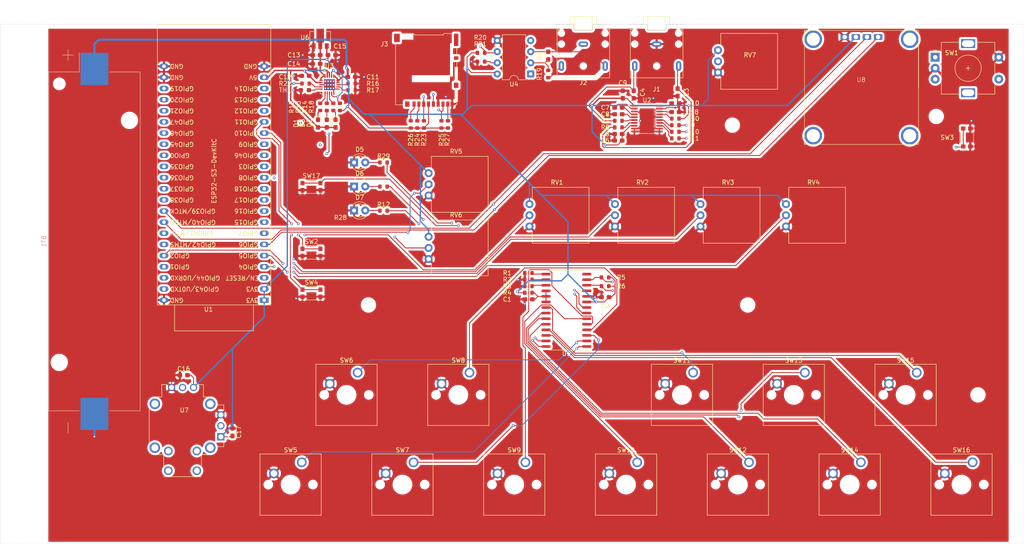
<source format=kicad_pcb>
(kicad_pcb (version 20241229) (generator "pcbnew") (generator_version "9.0")
  (layers (0 "F.Cu" signal) (4 "In1.Cu" signal) (6 "In2.Cu" signal) (2 "B.Cu" signal) (13 "F.Paste" user) (15 "B.Paste" user) (5 "F.SilkS" user "F.Silkscreen") (7 "B.SilkS" user "B.Silkscreen") (1 "F.Mask" user) (3 "B.Mask" user) (25 "Edge.Cuts" user))
  (net 0 "")
  (net 1 "Net-(BT1-+)")
  (net 8 "STICKY")
  (net 10 "Net-(J3-DAT3{slash}CD)")
  (net 12 "CLK")
  (net 13 "+3.3V")
  (net 14 "Net-(J3-DAT2)")
  (net 15 "Net-(J3-DAT1)")
  (net 16 "CMD")
  (net 17 "STICKX")
  (net 18 "DAT0")
  (net 20 "Net-(C4-Pad1)")
  (net 22 "Net-(U2-OUTL)")
  (net 23 "Net-(C3-Pad1)")
  (net 24 "Net-(U2-OUTR)")
  (net 25 "LRCK")
  (net 26 "Net-(U2-LRCK)")
  (net 28 "Net-(U2-DIN)")
  (net 29 "DIN")
  (net 30 "Net-(U2-BCK)")
  (net 31 "BCK")
  (net 32 "Net-(D3-K)")
  (net 33 "Net-(U3-STAT2)")
  (net 34 "Net-(U3-STAT1{slash}~{LBO})")
  (net 35 "Net-(D2-K)")
  (net 36 "Net-(D1-K)")
  (net 37 "Net-(U3-~{PG})")
  (net 38 "Net-(U3-PROG1)")
  (net 39 "Net-(U3-PROG3)")
  (net 40 "Net-(U3-CE)")
  (net 41 "Net-(J2-PadT)")
  (net 42 "Net-(D4-K)")
  (net 43 "Net-(U4-VO1)")
  (net 44 "Net-(U3-PROG2)")
  (net 45 "Resonance")
  (net 46 "Sustain")
  (net 47 "Attack")
  (net 48 "Release")
  (net 49 "Decay")
  (net 50 "+5V")
  (net 51 "I2C SDA")
  (net 52 "Volume")
  (net 53 "I2C SCK")
  (net 54 "Cutoff")
  (net 57 "GND")
  (net 58 "Net-(U5-GPB0)")
  (net 59 "Net-(U5-GPB1)")
  (net 60 "Net-(U5-GPB2)")
  (net 61 "Net-(U5-GPB3)")
  (net 62 "Net-(U5-GPB4)")
  (net 63 "Net-(U5-GPB5)")
  (net 64 "Net-(U5-GPA0)")
  (net 65 "Net-(U5-GPA1)")
  (net 66 "Net-(U5-GPA2)")
  (net 67 "Net-(U5-GPA3)")
  (net 68 "Net-(U5-GPA4)")
  (net 69 "Net-(U5-GPA5)")
  (net 70 "Net-(U2-CAPM)")
  (net 71 "Net-(U5-A0)")
  (net 72 "Net-(U2-CAPP)")
  (net 73 "Net-(U2-VNEG)")
  (net 74 "Net-(U5-A2)")
  (net 75 "Net-(U5-A1)")
  (net 76 "Net-(U3-THERM)")
  (net 77 "Net-(U6-VI)")
  (net 78 "Net-(D7-A)")
  (net 79 "Net-(U5-GPA7)")
  (net 80 "MIDI IN")
  (net 81 "Net-(D6-A)")
  (net 82 "Net-(U5-GPA6)")
  (net 83 "Net-(D5-A)")
  (net 84 "Net-(U5-GPB7)")
  (net 85 "Net-(U5-GPB6)")
  (net 87 "Shift Key")
  (net 88 "Rotary A")
  (net 89 "OCT +")
  (net 91 "OCT -")
  (net 92 "Rotary B")
  (net 93 "Rotary SW")
  (net 94 "Net-(U5-INTA)")
  (net 95 "Net-(D4-A)")
  (net 96 "unconnected-(J2-PadS)")
  (net 99 "Net-(U2-XSMT)")
  (net 100 "Net-(U2-LDOO)")
  (net 101 "+3V3")
  (footprint "Resistor_SMD:R_0603_1608Metric" (layer "F.Cu") (at 164.5 44 180)
    (property "Reference" "R9" (at -3.5 0 0) (layer "F.SilkS"))
    (property "Value" "22")
    (pad "1" smd roundrect (at -0.825 0 180) (size 0.8 0.95) (layers "F.Cu" "F.Mask" "F.Paste") (net 25 "LRCK"))
    (pad "2" smd roundrect (at 0.825 0 180) (size 0.8 0.95) (layers "F.Cu" "F.Mask" "F.Paste") (net 26 "Net-(U2-LRCK)"))
  )
  (footprint "Resistor_SMD:R_0603_1608Metric" (layer "F.Cu") (at 90.675 34.5 180)
    (property "Reference" "R16" (at -4.825 0 0) (layer "F.SilkS"))
    (property "Value" "4k")
    (pad "1" smd roundrect (at -0.825 0 180) (size 0.8 0.95) (layers "F.Cu" "F.Mask" "F.Paste") (net 57 "GND"))
    (pad "2" smd roundrect (at 0.825 0 180) (size 0.8 0.95) (layers "F.Cu" "F.Mask" "F.Paste") (net 38 "Net-(U3-PROG1)"))
  )
  (footprint "Button_Switch_Keyboard:SW_Cherry_MX_1.00u_PCB" (layer "F.Cu") (at 168.54 100.42)
    (property "Reference" "SW11" (at -2.54 -2.794 0) (layer "F.SilkS"))
    (property "Value" "Key 7")
    (pad "" np_thru_hole circle (at -7.62 5.08) (size 1.7 1.7) (drill 1.7) (layers "*.Cu" "*.Mask"))
    (pad "" np_thru_hole circle (at -2.54 5.08) (size 4 4) (drill 4) (layers "*.Cu" "*.Mask"))
    (pad "" np_thru_hole circle (at 2.54 5.08) (size 1.7 1.7) (drill 1.7) (layers "*.Cu" "*.Mask"))
    (pad "1" thru_hole circle (at 0 0) (size 2.2 2.2) (drill 1.5) (layers "*.Cu" "*.Mask") (net 64 "Net-(U5-GPA0)"))
    (pad "2" thru_hole circle (at -6.35 2.54) (size 2.2 2.2) (drill 1.5) (layers "*.Cu" "*.Mask") (net 57 "GND"))
  )
  (footprint "Resistor_SMD:R_0603_1608Metric" (layer "F.Cu") (at 88 39.825 90)
    (property "Reference" "R18" (at 0 -6.5 90) (layer "F.SilkS"))
    (property "Value" "10k")
    (pad "1" smd roundrect (at -0.825 0 90) (size 0.8 0.95) (layers "F.Cu" "F.Mask" "F.Paste") (net 101 "+3V3"))
    (pad "2" smd roundrect (at 0.825 0 90) (size 0.8 0.95) (layers "F.Cu" "F.Mask" "F.Paste") (net 40 "Net-(U3-CE)"))
  )
  (footprint "Potentiometer_THT:Potentiometer_Vishay_248GJ-249GJ_Single_Vertical" (layer "F.Cu") (at 150.725 67.08)
    (property "Reference" "RV2" (at 6.275 -10.04 0) (layer "F.SilkS"))
    (property "Value" "Decay")
    (pad "1" thru_hole circle (at 0 0) (size 1.8 1.8) (drill 1) (layers "*.Cu" "*.Mask") (net 57 "GND"))
    (pad "2" thru_hole circle (at 0 -2.54) (size 1.8 1.8) (drill 1) (layers "*.Cu" "*.Mask") (net 49 "Decay"))
    (pad "3" thru_hole circle (at 0 -5.08) (size 1.8 1.8) (drill 1) (layers "*.Cu" "*.Mask") (net 13 "+3.3V"))
  )
  (footprint "Resistor_SMD:R_0603_1608Metric" (layer "F.Cu") (at 107.145 43.825 90)
    (property "Reference" "R23" (at -3.5 0 90) (layer "F.SilkS"))
    (property "Value" "10k")
    (pad "1" smd roundrect (at -0.825 0 90) (size 0.8 0.95) (layers "F.Cu" "F.Mask" "F.Paste") (net 13 "+3.3V"))
    (pad "2" smd roundrect (at 0.825 0 90) (size 0.8 0.95) (layers "F.Cu" "F.Mask" "F.Paste") (net 16 "CMD"))
  )
  (footprint "Potentiometer_THT:Potentiometer_Vishay_248GJ-249GJ_Single_Vertical" (layer "F.Cu") (at 108.225 60.025)
    (property "Reference" "RV5" (at 6.275 -10.04 0) (layer "F.SilkS"))
    (property "Value" "Cutoff")
    (pad "1" thru_hole circle (at 0 0) (size 1.8 1.8) (drill 1) (layers "*.Cu" "*.Mask") (net 57 "GND"))
    (pad "2" thru_hole circle (at 0 -2.54) (size 1.8 1.8) (drill 1) (layers "*.Cu" "*.Mask") (net 54 "Cutoff"))
    (pad "3" thru_hole circle (at 0 -5.08) (size 1.8 1.8) (drill 1) (layers "*.Cu" "*.Mask") (net 13 "+3.3V"))
  )
  (footprint "Resistor_SMD:R_0603_1608Metric" (layer "F.Cu") (at 120.175 29.5)
    (property "Reference" "R21" (at -0.175 -4 0) (layer "F.SilkS"))
    (property "Value" "4.7k")
    (pad "1" smd roundrect (at -0.825 0) (size 0.8 0.95) (layers "F.Cu" "F.Mask" "F.Paste") (net 57 "GND"))
    (pad "2" smd roundrect (at 0.825 0) (size 0.8 0.95) (layers "F.Cu" "F.Mask" "F.Paste") (net 43 "Net-(U4-VO1)"))
  )
  (footprint "Package_SO:SOIC-28W_7.5x17.9mm_P1.27mm" (layer "F.Cu") (at 139.65 86.215 180)
    (property "Reference" "U5" (at 0 -9.9 0) (layer "F.SilkS"))
    (property "Value" "MCP23017_SO")
    (pad "1" smd roundrect (at -4.65 -8.255 180) (size 2.05 0.6) (layers "F.Cu" "F.Mask" "F.Paste") (net 58 "Net-(U5-GPB0)"))
    (pad "2" smd roundrect (at -4.65 -6.985 180) (size 2.05 0.6) (layers "F.Cu" "F.Mask" "F.Paste") (net 59 "Net-(U5-GPB1)"))
    (pad "3" smd roundrect (at -4.65 -5.715 180) (size 2.05 0.6) (layers "F.Cu" "F.Mask" "F.Paste") (net 60 "Net-(U5-GPB2)"))
    (pad "4" smd roundrect (at -4.65 -4.445 180) (size 2.05 0.6) (layers "F.Cu" "F.Mask" "F.Paste") (net 61 "Net-(U5-GPB3)"))
    (pad "5" smd roundrect (at -4.65 -3.175 180) (size 2.05 0.6) (layers "F.Cu" "F.Mask" "F.Paste") (net 62 "Net-(U5-GPB4)"))
    (pad "6" smd roundrect (at -4.65 -1.905 180) (size 2.05 0.6) (layers "F.Cu" "F.Mask" "F.Paste") (net 63 "Net-(U5-GPB5)"))
    (pad "7" smd roundrect (at -4.65 -0.635 180) (size 2.05 0.6) (layers "F.Cu" "F.Mask" "F.Paste") (net 85 "Net-(U5-GPB6)"))
    (pad "8" smd roundrect (at -4.65 0.635 180) (size 2.05 0.6) (layers "F.Cu" "F.Mask" "F.Paste") (net 84 "Net-(U5-GPB7)"))
    (pad "9" smd roundrect (at -4.65 1.905 180) (size 2.05 0.6) (layers "F.Cu" "F.Mask" "F.Paste") (net 13 "+3.3V"))
    (pad "10" smd roundrect (at -4.65 3.175 180) (size 2.05 0.6) (layers "F.Cu" "F.Mask" "F.Paste") (net 57 "GND"))
    (pad "11" smd roundrect (at -4.65 4.445 180) (size 2.05 0.6) (layers "F.Cu" "F.Mask" "F.Paste"))
    (pad "12" smd roundrect (at -4.65 5.715 180) (size 2.05 0.6) (layers "F.Cu" "F.Mask" "F.Paste") (net 53 "I2C SCK"))
    (pad "13" smd roundrect (at -4.65 6.985 180) (size 2.05 0.6) (layers "F.Cu" "F.Mask" "F.Paste") (net 51 "I2C SDA"))
    (pad "14" smd roundrect (at -4.65 8.255 180) (size 2.05 0.6) (layers "F.Cu" "F.Mask" "F.Paste"))
    (pad "15" smd roundrect (at 4.65 8.255 180) (size 2.05 0.6) (layers "F.Cu" "F.Mask" "F.Paste") (net 71 "Net-(U5-A0)"))
    (pad "16" smd roundrect (at 4.65 6.985 180) (size 2.05 0.6) (layers "F.Cu" "F.Mask" "F.Paste") (net 75 "Net-(U5-A1)"))
    (pad "17" smd roundrect (at 4.65 5.715 180) (size 2.05 0.6) (layers "F.Cu" "F.Mask" "F.Paste") (net 74 "Net-(U5-A2)"))
    (pad "18" smd roundrect (at 4.65 4.445 180) (size 2.05 0.6) (layers "F.Cu" "F.Mask" "F.Paste") (net 94 "Net-(U5-INTA)"))
    (pad "19" smd roundrect (at 4.65 3.175 180) (size 2.05 0.6) (layers "F.Cu" "F.Mask" "F.Paste") (net 94 "Net-(U5-INTA)"))
    (pad "20" smd roundrect (at 4.65 1.905 180) (size 2.05 0.6) (layers "F.Cu" "F.Mask" "F.Paste") (net 94 "Net-(U5-INTA)"))
    (pad "21" smd roundrect (at 4.65 0.635 180) (size 2.05 0.6) (layers "F.Cu" "F.Mask" "F.Paste") (net 64 "Net-(U5-GPA0)"))
    (pad "22" smd roundrect (at 4.65 -0.635 180) (size 2.05 0.6) (layers "F.Cu" "F.Mask" "F.Paste") (net 65 "Net-(U5-GPA1)"))
    (pad "23" smd roundrect (at 4.65 -1.905 180) (size 2.05 0.6) (layers "F.Cu" "F.Mask" "F.Paste") (net 66 "Net-(U5-GPA2)"))
    (pad "24" smd roundrect (at 4.65 -3.175 180) (size 2.05 0.6) (layers "F.Cu" "F.Mask" "F.Paste") (net 67 "Net-(U5-GPA3)"))
    (pad "25" smd roundrect (at 4.65 -4.445 180) (size 2.05 0.6) (layers "F.Cu" "F.Mask" "F.Paste") (net 68 "Net-(U5-GPA4)"))
    (pad "26" smd roundrect (at 4.65 -5.715 180) (size 2.05 0.6) (layers "F.Cu" "F.Mask" "F.Paste") (net 69 "Net-(U5-GPA5)"))
    (pad "27" smd roundrect (at 4.65 -6.985 180) (size 2.05 0.6) (layers "F.Cu" "F.Mask" "F.Paste") (net 82 "Net-(U5-GPA6)"))
    (pad "28" smd roundrect (at 4.65 -8.255 180) (size 2.05 0.6) (layers "F.Cu" "F.Mask" "F.Paste") (net 79 "Net-(U5-GPA7)"))
  )
  (footprint "Package_SO:TSSOP-20_4.4x6.5mm_P0.65mm" (layer "F.Cu") (at 158 42.5)
    (property "Reference" "U2" (at 0 -4.2 0) (layer "F.SilkS"))
    (property "Value" "PCM5102A")
    (pad "1" smd roundrect (at -2.8625 -2.925) (size 1.475 0.4) (layers "F.Cu" "F.Mask" "F.Paste") (net 13 "+3.3V"))
    (pad "2" smd roundrect (at -2.8625 -2.275) (size 1.475 0.4) (layers "F.Cu" "F.Mask" "F.Paste") (net 72 "Net-(U2-CAPP)"))
    (pad "3" smd roundrect (at -2.8625 -1.625) (size 1.475 0.4) (layers "F.Cu" "F.Mask" "F.Paste") (net 57 "GND"))
    (pad "4" smd roundrect (at -2.8625 -0.975) (size 1.475 0.4) (layers "F.Cu" "F.Mask" "F.Paste") (net 70 "Net-(U2-CAPM)"))
    (pad "5" smd roundrect (at -2.8625 -0.325) (size 1.475 0.4) (layers "F.Cu" "F.Mask" "F.Paste") (net 73 "Net-(U2-VNEG)"))
    (pad "6" smd roundrect (at -2.8625 0.325) (size 1.475 0.4) (layers "F.Cu" "F.Mask" "F.Paste") (net 22 "Net-(U2-OUTL)"))
    (pad "7" smd roundrect (at -2.8625 0.975) (size 1.475 0.4) (layers "F.Cu" "F.Mask" "F.Paste") (net 24 "Net-(U2-OUTR)"))
    (pad "8" smd roundrect (at -2.8625 1.625) (size 1.475 0.4) (layers "F.Cu" "F.Mask" "F.Paste") (net 13 "+3.3V"))
    (pad "9" smd roundrect (at -2.8625 2.275) (size 1.475 0.4) (layers "F.Cu" "F.Mask" "F.Paste") (net 57 "GND"))
    (pad "10" smd roundrect (at -2.8625 2.925) (size 1.475 0.4) (layers "F.Cu" "F.Mask" "F.Paste") (net 57 "GND"))
    (pad "11" smd roundrect (at 2.8625 2.925) (size 1.475 0.4) (layers "F.Cu" "F.Mask" "F.Paste") (net 57 "GND"))
    (pad "12" smd roundrect (at 2.8625 2.275) (size 1.475 0.4) (layers "F.Cu" "F.Mask" "F.Paste") (net 57 "GND"))
    (pad "13" smd roundrect (at 2.8625 1.625) (size 1.475 0.4) (layers "F.Cu" "F.Mask" "F.Paste") (net 30 "Net-(U2-BCK)"))
    (pad "14" smd roundrect (at 2.8625 0.975) (size 1.475 0.4) (layers "F.Cu" "F.Mask" "F.Paste") (net 28 "Net-(U2-DIN)"))
    (pad "15" smd roundrect (at 2.8625 0.325) (size 1.475 0.4) (layers "F.Cu" "F.Mask" "F.Paste") (net 26 "Net-(U2-LRCK)"))
    (pad "16" smd roundrect (at 2.8625 -0.325) (size 1.475 0.4) (layers "F.Cu" "F.Mask" "F.Paste") (net 57 "GND"))
    (pad "17" smd roundrect (at 2.8625 -0.975) (size 1.475 0.4) (layers "F.Cu" "F.Mask" "F.Paste") (net 99 "Net-(U2-XSMT)"))
    (pad "18" smd roundrect (at 2.8625 -1.625) (size 1.475 0.4) (layers "F.Cu" "F.Mask" "F.Paste") (net 100 "Net-(U2-LDOO)"))
    (pad "19" smd roundrect (at 2.8625 -2.275) (size 1.475 0.4) (layers "F.Cu" "F.Mask" "F.Paste") (net 57 "GND"))
    (pad "20" smd roundrect (at 2.8625 -2.925) (size 1.475 0.4) (layers "F.Cu" "F.Mask" "F.Paste") (net 13 "+3.3V"))
  )
  (footprint "Capacitor_SMD:C_0603_1608Metric_Pad1.08x0.95mm_HandSolder" (layer "F.Cu") (at 152.5 37 -90)
    (property "Reference" "C9" (at -2.6375 0 180) (layer "F.SilkS"))
    (property "Value" "0.1µF")
    (pad "1" smd roundrect (at -0.8625 0 270) (size 1.075 0.95) (layers "F.Cu" "F.Mask" "F.Paste") (net 57 "GND"))
    (pad "2" smd roundrect (at 0.8625 0 270) (size 1.075 0.95) (layers "F.Cu" "F.Mask" "F.Paste") (net 13 "+3.3V"))
  )
  (footprint "Capacitor_SMD:C_0603_1608Metric_Pad1.08x0.95mm_HandSolder" (layer "F.Cu") (at 155 37 -90)
    (property "Reference" "C4" (at -0.5 -2 90) (layer "F.SilkS"))
    (property "Value" "2.2nF")
    (pad "1" smd roundrect (at -0.8625 0 270) (size 1.075 0.95) (layers "F.Cu" "F.Mask" "F.Paste") (net 20 "Net-(C4-Pad1)"))
    (pad "2" smd roundrect (at 0.8625 0 270) (size 1.075 0.95) (layers "F.Cu" "F.Mask" "F.Paste") (net 57 "GND"))
  )
  (footprint "Resistor_SMD:R_0603_1608Metric" (layer "F.Cu") (at 104.145 43.825 90)
    (property "Reference" "R26" (at -3.5 0 90) (layer "F.SilkS"))
    (property "Value" "10k")
    (pad "1" smd roundrect (at -0.825 0 90) (size 0.8 0.95) (layers "F.Cu" "F.Mask" "F.Paste") (net 13 "+3.3V"))
    (pad "2" smd roundrect (at 0.825 0 90) (size 0.8 0.95) (layers "F.Cu" "F.Mask" "F.Paste") (net 14 "Net-(J3-DAT2)"))
  )
  (footprint "Capacitor_SMD:C_0603_1608Metric_Pad1.08x0.95mm_HandSolder" (layer "F.Cu") (at 151.5 41.5 180)
    (property "Reference" "C8" (at 3 0 0) (layer "F.SilkS"))
    (property "Value" "2.2µF")
    (pad "1" smd roundrect (at -0.8625 0 180) (size 1.075 0.95) (layers "F.Cu" "F.Mask" "F.Paste") (net 73 "Net-(U2-VNEG)"))
    (pad "2" smd roundrect (at 0.8625 0 180) (size 1.075 0.95) (layers "F.Cu" "F.Mask" "F.Paste") (net 57 "GND"))
  )
  (footprint "Button_Switch_Keyboard:SW_Cherry_MX_1.00u_PCB" (layer "F.Cu") (at 181.29 120.88)
    (property "Reference" "SW12" (at -2.54 -2.794 0) (layer "F.SilkS"))
    (property "Value" "Key 8")
    (pad "" np_thru_hole circle (at -7.62 5.08) (size 1.7 1.7) (drill 1.7) (layers "*.Cu" "*.Mask"))
    (pad "" np_thru_hole circle (at -2.54 5.08) (size 4 4) (drill 4) (layers "*.Cu" "*.Mask"))
    (pad "" np_thru_hole circle (at 2.54 5.08) (size 1.7 1.7) (drill 1.7) (layers "*.Cu" "*.Mask"))
    (pad "1" thru_hole circle (at 0 0) (size 2.2 2.2) (drill 1.5) (layers "*.Cu" "*.Mask") (net 65 "Net-(U5-GPA1)"))
    (pad "2" thru_hole circle (at -6.35 2.54) (size 2.2 2.2) (drill 1.5) (layers "*.Cu" "*.Mask") (net 57 "GND"))
  )
  (footprint "Diode_SMD:D_0603_1608Metric_Pad1.05x0.95mm_HandSolder" (layer "F.Cu") (at 135.5 28.125 90)
    (property "Reference" "D4" (at 0 -2 90) (layer "F.SilkS"))
    (property "Value" "D_Schottky")
    (pad "1" smd roundrect (at -0.875 0 90) (size 1.05 0.95) (layers "F.Cu" "F.Mask" "F.Paste") (net 42 "Net-(D4-K)"))
    (pad "2" smd roundrect (at 0.875 0 90) (size 1.05 0.95) (layers "F.Cu" "F.Mask" "F.Paste") (net 95 "Net-(D4-A)"))
  )
  (footprint "Diode_SMD:D_0603_1608Metric_Pad1.05x0.95mm_HandSolder" (layer "F.Cu") (at 83 43.625 -90)
    (property "Reference" "D1" (at -0.085 5 90) (layer "F.SilkS"))
    (property "Value" "D")
    (pad "1" smd roundrect (at -0.875 0 270) (size 1.05 0.95) (layers "F.Cu" "F.Mask" "F.Paste") (net 36 "Net-(D1-K)"))
    (pad "2" smd roundrect (at 0.875 0 270) (size 1.05 0.95) (layers "F.Cu" "F.Mask" "F.Paste") (net 50 "+5V"))
  )
  (footprint "Resistor_SMD:R_0603_1608Metric" (layer "F.Cu") (at 130.975 80.715)
    (property "Reference" "R3" (at -4.825 0 0) (layer "F.SilkS"))
    (property "Value" "10k")
    (pad "1" smd roundrect (at -0.825 0) (size 0.8 0.95) (layers "F.Cu" "F.Mask" "F.Paste") (net 57 "GND"))
    (pad "2" smd roundrect (at 0.825 0) (size 0.8 0.95) (layers "F.Cu" "F.Mask" "F.Paste") (net 74 "Net-(U5-A2)"))
  )
  (footprint "Button_Switch_Keyboard:SW_Cherry_MX_1.00u_PCB" (layer "F.Cu") (at 206.79 120.88)
    (property "Reference" "SW14" (at -2.54 -2.794 0) (layer "F.SilkS"))
    (property "Value" "Key 10")
    (pad "" np_thru_hole circle (at -7.62 5.08) (size 1.7 1.7) (drill 1.7) (layers "*.Cu" "*.Mask"))
    (pad "" np_thru_hole circle (at -2.54 5.08) (size 4 4) (drill 4) (layers "*.Cu" "*.Mask"))
    (pad "" np_thru_hole circle (at 2.54 5.08) (size 1.7 1.7) (drill 1.7) (layers "*.Cu" "*.Mask"))
    (pad "1" thru_hole circle (at 0 0) (size 2.2 2.2) (drill 1.5) (layers "*.Cu" "*.Mask") (net 67 "Net-(U5-GPA3)"))
    (pad "2" thru_hole circle (at -6.35 2.54) (size 2.2 2.2) (drill 1.5) (layers "*.Cu" "*.Mask") (net 57 "GND"))
  )
  (footprint "LED_THT:LED_D3.0mm" (layer "F.Cu") (at 91.23 63.44)
    (property "Reference" "D7" (at 1.27 -2.96 0) (layer "F.SilkS"))
    (property "Value" "LED")
    (pad "1" thru_hole rect (at 0 0) (size 1.8 1.8) (drill 0.9) (layers "*.Cu" "*.Mask") (net 57 "GND"))
    (pad "2" thru_hole circle (at 2.54 0) (size 1.8 1.8) (drill 0.9) (layers "*.Cu" "*.Mask") (net 78 "Net-(D7-A)"))
  )
  (footprint "Potentiometer_THT:Potentiometer_Vishay_248GJ-249GJ_Single_Vertical" (layer "F.Cu") (at 170.225 67.08)
    (property "Reference" "RV3" (at 6.275 -10.04 0) (layer "F.SilkS"))
    (property "Value" "Sustain")
    (pad "1" thru_hole circle (at 0 0) (size 1.8 1.8) (drill 1) (layers "*.Cu" "*.Mask") (net 57 "GND"))
    (pad "2" thru_hole circle (at 0 -2.54) (size 1.8 1.8) (drill 1) (layers "*.Cu" "*.Mask") (net 46 "Sustain"))
    (pad "3" thru_hole circle (at 0 -5.08) (size 1.8 1.8) (drill 1) (layers "*.Cu" "*.Mask") (net 13 "+3.3V"))
  )
  (footprint "Button_Switch_SMD:SW_Push_1P1T_NO_CK_KMR2" (layer "F.Cu") (at 81.5 58)
    (property "Reference" "SW17" (at 0 -2.45 0) (layer "F.SilkS"))
    (property "Value" "Filter Type")
    (pad "1" smd rect (at -2.05 -0.8) (size 0.9 1) (layers "F.Cu" "F.Mask" "F.Paste") (net 85 "Net-(U5-GPB6)"))
    (pad "1" smd rect (at 2.05 -0.8) (size 0.9 1) (layers "F.Cu" "F.Mask" "F.Paste") (net 85 "Net-(U5-GPB6)"))
    (pad "2" smd rect (at -2.05 0.8) (size 0.9 1) (layers "F.Cu" "F.Mask" "F.Paste") (net 57 "GND"))
    (pad "2" smd rect (at 2.05 0.8) (size 0.9 1) (layers "F.Cu" "F.Mask" "F.Paste") (net 57 "GND"))
  )
  (footprint "Capacitor_SMD:C_0603_1608Metric_Pad1.08x0.95mm_HandSolder" (layer "F.Cu") (at 148.5125 83.215 180)
    (property "Reference" "C2" (at 0 -2 0) (layer "F.SilkS"))
    (property "Value" "100nF")
    (pad "1" smd roundrect (at -0.8625 0 180) (size 1.075 0.95) (layers "F.Cu" "F.Mask" "F.Paste") (net 13 "+3.3V"))
    (pad "2" smd roundrect (at 0.8625 0 180) (size 1.075 0.95) (layers "F.Cu" "F.Mask" "F.Paste") (net 57 "GND"))
  )
  (footprint "Resistor_SMD:R_0603_1608Metric" (layer "F.Cu") (at 112.645 43.825 90)
    (property "Reference" "R27" (at -3.5 -0.175 90) (layer "F.SilkS"))
    (property "Value" "10k")
    (pad "1" smd roundrect (at -0.825 0 90) (size 0.8 0.95) (layers "F.Cu" "F.Mask" "F.Paste") (net 13 "+3.3V"))
    (pad "2" smd roundrect (at 0.825 0 90) (size 0.8 0.95) (layers "F.Cu" "F.Mask" "F.Paste") (net 15 "Net-(J3-DAT1)"))
  )
  (footprint "Button_Switch_SMD:SW_Push_1P1T_NO_CK_KMR2" (layer "F.Cu") (at 81.5 82.3)
    (property "Reference" "SW4" (at 0 -2.45 0) (layer "F.SilkS"))
    (property "Value" "Oct -")
    (pad "1" smd rect (at -2.05 -0.8) (size 0.9 1) (layers "F.Cu" "F.Mask" "F.Paste") (net 91 "OCT -"))
    (pad "1" smd rect (at 2.05 -0.8) (size 0.9 1) (layers "F.Cu" "F.Mask" "F.Paste") (net 91 "OCT -"))
    (pad "2" smd rect (at -2.05 0.8) (size 0.9 1) (layers "F.Cu" "F.Mask" "F.Paste") (net 57 "GND"))
    (pad "2" smd rect (at 2.05 0.8) (size 0.9 1) (layers "F.Cu" "F.Mask" "F.Paste") (net 57 "GND"))
  )
  (footprint "Resistor_SMD:R_0603_1608Metric" (layer "F.Cu") (at 97.945 58)
    (property "Reference" "R28" (at -9.825 7.07 0) (layer "F.SilkS"))
    (property "Value" "220")
    (pad "1" smd roundrect (at -0.825 0) (size 0.8 0.95) (layers "F.Cu" "F.Mask" "F.Paste") (net 81 "Net-(D6-A)"))
    (pad "2" smd roundrect (at 0.825 0) (size 0.8 0.95) (layers "F.Cu" "F.Mask" "F.Paste") (net 82 "Net-(U5-GPA6)"))
  )
  (footprint "Resistor_SMD:R_0603_1608Metric" (layer "F.Cu") (at 83.5 39.825 -90)
    (property "Reference" "R15" (at 0 6.5 90) (layer "F.SilkS"))
    (property "Value" "470")
    (pad "1" smd roundrect (at -0.825 0 270) (size 0.8 0.95) (layers "F.Cu" "F.Mask" "F.Paste") (net 37 "Net-(U3-~{PG})"))
    (pad "2" smd roundrect (at 0.825 0 270) (size 0.8 0.95) (layers "F.Cu" "F.Mask" "F.Paste") (net 36 "Net-(D1-K)"))
  )
  (footprint "Potentiometer_THT:Potentiometer_Vishay_248GJ-249GJ_Single_Vertical" (layer "F.Cu") (at 189.725 67.08)
    (property "Reference" "RV4" (at 6.275 -10.04 0) (layer "F.SilkS"))
    (property "Value" "Release")
    (pad "1" thru_hole circle (at 0 0) (size 1.8 1.8) (drill 1) (layers "*.Cu" "*.Mask") (net 57 "GND"))
    (pad "2" thru_hole circle (at 0 -2.54) (size 1.8 1.8) (drill 1) (layers "*.Cu" "*.Mask") (net 48 "Release"))
    (pad "3" thru_hole circle (at 0 -5.08) (size 1.8 1.8) (drill 1) (layers "*.Cu" "*.Mask") (net 13 "+3.3V"))
  )
  (footprint "Resistor_SMD:R_0603_1608Metric" (layer "F.Cu") (at 111.145 43.825 -90)
    (property "Reference" "R25" (at 3.5 0 90) (layer "F.SilkS"))
    (property "Value" "10k")
    (pad "1" smd roundrect (at -0.825 0 270) (size 0.8 0.95) (layers "F.Cu" "F.Mask" "F.Paste") (net 18 "DAT0"))
    (pad "2" smd roundrect (at 0.825 0 270) (size 0.8 0.95) (layers "F.Cu" "F.Mask" "F.Paste") (net 13 "+3.3V"))
  )
  (footprint "Capacitor_SMD:C_0603_1608Metric_Pad1.08x0.95mm_HandSolder" (layer "F.Cu") (at 82.6375 28 180)
    (property "Reference" "C13" (at 5.1375 0 0) (layer "F.SilkS"))
    (property "Value" "4.7µf")
    (pad "1" smd roundrect (at -0.8625 0 180) (size 1.075 0.95) (layers "F.Cu" "F.Mask" "F.Paste") (net 77 "Net-(U6-VI)"))
    (pad "2" smd roundrect (at 0.8625 0 180) (size 1.075 0.95) (layers "F.Cu" "F.Mask" "F.Paste") (net 57 "GND"))
  )
  (footprint "Resistor_SMD:R_0603_1608Metric" (layer "F.Cu") (at 85 39.825 -90)
    (property "Reference" "R13" (at 0 6.5 90) (layer "F.SilkS"))
    (property "Value" "470")
    (pad "1" smd roundrect (at -0.825 0 270) (size 0.8 0.95) (layers "F.Cu" "F.Mask" "F.Paste") (net 33 "Net-(U3-STAT2)"))
    (pad "2" smd roundrect (at 0.825 0 270) (size 0.8 0.95) (layers "F.Cu" "F.Mask" "F.Paste") (net 32 "Net-(D3-K)"))
  )
  (footprint "Package_TO_SOT_SMD:SOT-89-3" (layer "F.Cu") (at 83.5 24 90)
    (property "Reference" "U6" (at 0 -3.5 180) (layer "F.SilkS"))
    (property "Value" "MCP1700T-3302E/MB")
    (pad "1" smd roundrect (at -1.95 -1.5 90) (size 1.3 0.9) (layers "F.Cu" "F.Mask" "F.Paste") (net 57 "GND"))
    (pad "2" smd custom (at -1.8625 0 90) (size 1.475 0.9) (layers "F.Cu" "F.Mask" "F.Paste") (net 77 "Net-(U6-VI)") (options (clearance outline) (anchor rect)) (primitives (gr_poly (pts (xy 3.8625 0.8665) (xy 0.7375 0.8665) (xy 0.7375 -0.8665) (xy 3.8625 -0.8665)) (width 0) (fill yes))))
    (pad "3" smd roundrect (at -1.95 1.5 90) (size 1.3 0.9) (layers "F.Cu" "F.Mask" "F.Paste") (net 13 "+3.3V"))
  )
  (footprint "Capacitor_SMD:C_0603_1608Metric_Pad1.08x0.95mm_HandSolder" (layer "F.Cu") (at 164.5 39)
    (property "Reference" "C10" (at 4 0 0) (layer "F.SilkS"))
    (property "Value" "0.1µF")
    (pad "1" smd roundrect (at -0.8625 0) (size 1.075 0.95) (layers "F.Cu" "F.Mask" "F.Paste") (net 13 "+3.3V"))
    (pad "2" smd roundrect (at 0.8625 0) (size 1.075 0.95) (layers "F.Cu" "F.Mask" "F.Paste") (net 57 "GND"))
  )
  (footprint "" (layer "F.Cu") (at 181 85)
    (property "Reference" "" (at 0 0 0) (layer "F.SilkS") (effects (font (size 1.27 1.27))))
    (property "Value" "")
    (pad "" np_thru_hole circle (at 0 0 270) (size 3 3) (drill 3) (layers "F&B.Cu" "*.Mask"))
  )
  (footprint "Button_Switch_Keyboard:SW_Cherry_MX_1.00u_PCB" (layer "F.Cu") (at 79.29 120.88)
    (property "Reference" "SW5" (at -2.54 -2.794 0) (layer "F.SilkS"))
    (property "Value" "Key 1")
    (pad "" np_thru_hole circle (at -7.62 5.08) (size 1.7 1.7) (drill 1.7) (layers "*.Cu" "*.Mask"))
    (pad "" np_thru_hole circle (at -2.54 5.08) (size 4 4) (drill 4) (layers "*.Cu" "*.Mask"))
    (pad "" np_thru_hole circle (at 2.54 5.08) (size 1.7 1.7) (drill 1.7) (layers "*.Cu" "*.Mask"))
    (pad "1" thru_hole circle (at 0 0) (size 2.2 2.2) (drill 1.5) (layers "*.Cu" "*.Mask") (net 58 "Net-(U5-GPB0)"))
    (pad "2" thru_hole circle (at -6.35 2.54) (size 2.2 2.2) (drill 1.5) (layers "*.Cu" "*.Mask") (net 57 "GND"))
  )
  (footprint "" (layer "F.Cu") (at 17 133)
    (property "Reference" "" (at 0 0 0) (layer "F.SilkS") (effects (font (size 1.27 1.27))))
    (property "Value" "")
    (pad "" np_thru_hole circle (at 0 0 270) (size 3 3) (drill 3) (layers "F&B.Cu" "*.Mask"))
  )
  (footprint "Connector_Card:microSD_HC_Hirose_DM3AT-SF-PEJM5" (layer "F.Cu") (at 107.675 31.465 180)
    (property "Reference" "J3" (at 9.53 5.965 0) (layer "F.SilkS"))
    (property "Value" "Micro_SD_Card")
    (pad "1" smd rect (at 2.775 -7.725 180) (size 0.7 1.2) (layers "F.Cu" "F.Mask" "F.Paste") (net 14 "Net-(J3-DAT2)"))
    (pad "2" smd rect (at 1.675 -7.725 180) (size 0.7 1.2) (layers "F.Cu" "F.Mask" "F.Paste") (net 10 "Net-(J3-DAT3{slash}CD)"))
    (pad "3" smd rect (at 0.575 -7.725 180) (size 0.7 1.2) (layers "F.Cu" "F.Mask" "F.Paste") (net 16 "CMD"))
    (pad "4" smd rect (at -0.525 -7.725 180) (size 0.7 1.2) (layers "F.Cu" "F.Mask" "F.Paste") (net 13 "+3.3V"))
    (pad "5" smd rect (at -1.625 -7.725 180) (size 0.7 1.2) (layers "F.Cu" "F.Mask" "F.Paste") (net 12 "CLK"))
    (pad "6" smd rect (at -2.725 -7.725 180) (size 0.7 1.2) (layers "F.Cu" "F.Mask" "F.Paste") (net 57 "GND"))
    (pad "7" smd rect (at -3.825 -7.725 180) (size 0.7 1.2) (layers "F.Cu" "F.Mask" "F.Paste") (net 18 "DAT0"))
    (pad "8" smd rect (at -4.925 -7.725 180) (size 0.7 1.2) (layers "F.Cu" "F.Mask" "F.Paste") (net 15 "Net-(J3-DAT1)"))
    (pad "9" smd rect (at -5.875 -7.725 180) (size 0.7 1.2) (layers "F.Cu" "F.Mask" "F.Paste") (net 57 "GND"))
    (pad "10" smd rect (at -6.825 2.775 180) (size 1 0.8) (layers "F.Cu" "F.Mask" "F.Paste"))
    (pad "11" smd rect (at -6.825 -3.425 180) (size 1 1.2) (layers "F.Cu" "F.Mask" "F.Paste"))
    (pad "11" smd rect (at -6.825 6.925 180) (size 1 2.8) (layers "F.Cu" "F.Mask" "F.Paste"))
    (pad "11" smd rect (at 4.325 -7.725 180) (size 1 1.2) (layers "F.Cu" "F.Mask" "F.Paste"))
    (pad "11" smd rect (at 6.675 7.375 180) (size 1.3 1.9) (layers "F.Cu" "F.Mask" "F.Paste"))
    (zone (net 0) (net_name "") (layer "F.Cu") (connect_pads (clearance 0)) (min_thickness 0.254)
      (keepout (tracks not_allowed) (vias not_allowed) (pads not_allowed) (copperpour not_allowed) (footprints not_allowed))
      (fill (thermal_gap 0.508) (thermal_bridge_width 0.508))
      (polygon (pts (xy 104.4 32.59) (xy 113.1 32.59) (xy 113.1 34.19) (xy 104.4 34.19)))
    )
    (zone (net 0) (net_name "") (layer "F.Cu") (connect_pads (clearance 0)) (min_thickness 0.254)
      (keepout (tracks not_allowed) (vias not_allowed) (pads not_allowed) (copperpour not_allowed) (footprints not_allowed))
      (fill (thermal_gap 0.508) (thermal_bridge_width 0.508))
      (polygon (pts (xy 104.75 24.49) (xy 102.2 24.49) (xy 102.2 23.14) (xy 104.75 23.14)))
    )
    (zone (net 0) (net_name "") (layer "F.Cu") (connect_pads (clearance 0)) (min_thickness 0.254)
      (keepout (tracks not_allowed) (vias not_allowed) (pads not_allowed) (copperpour not_allowed) (footprints not_allowed))
      (fill (thermal_gap 0.508) (thermal_bridge_width 0.508))
      (polygon (pts (xy 113.8 32.89) (xy 113.1 32.89) (xy 113.1 25.29) (xy 113.8 25.29)))
    )
    (zone (net 0) (net_name "") (layer "F.Cu") (connect_pads (clearance 0)) (min_thickness 0.254)
      (keepout (tracks not_allowed) (vias not_allowed) (pads not_allowed) (copperpour not_allowed) (footprints not_allowed))
      (fill (thermal_gap 0.508) (thermal_bridge_width 0.508))
      (polygon (pts (xy 114.15 30.69) (xy 114.9 30.69) (xy 114.9 34.29) (xy 114.15 34.29)))
    )
    (zone (net 0) (net_name "") (layer "F.Cu") (connect_pads (clearance 0)) (min_thickness 0.254)
      (keepout (tracks not_allowed) (vias not_allowed) (pads not_allowed) (copperpour not_allowed) (footprints not_allowed))
      (fill (thermal_gap 0.508) (thermal_bridge_width 0.508))
      (polygon (pts (xy 114.15 35.49) (xy 114.9 35.49) (xy 114.9 38.74) (xy 114.15 38.74)))
    )
  )
  (footprint "Capacitor_SMD:C_0603_1608Metric_Pad1.08x0.95mm_HandSolder" (layer "F.Cu") (at 131.0125 83.715 180)
    (property "Reference" "C1" (at 4.8625 0 0) (layer "F.SilkS"))
    (property "Value" "100nF")
    (pad "1" smd roundrect (at -0.8625 0 180) (size 1.075 0.95) (layers "F.Cu" "F.Mask" "F.Paste") (net 94 "Net-(U5-INTA)"))
    (pad "2" smd roundrect (at 0.8625 0 180) (size 1.075 0.95) (layers "F.Cu" "F.Mask" "F.Paste") (net 57 "GND"))
  )
  (footprint "Resistor_SMD:R_0603_1608Metric" (layer "F.Cu") (at 120.175 27.5)
    (property "Reference" "R20" (at -0.175 -3.5 0) (layer "F.SilkS"))
    (property "Value" "270")
    (pad "1" smd roundrect (at -0.825 0) (size 0.8 0.95) (layers "F.Cu" "F.Mask" "F.Paste") (net 101 "+3V3"))
    (pad "2" smd roundrect (at 0.825 0) (size 0.8 0.95) (layers "F.Cu" "F.Mask" "F.Paste") (net 80 "MIDI IN"))
  )
  (footprint "Diode_SMD:D_0603_1608Metric_Pad1.05x0.95mm_HandSolder" (layer "F.Cu") (at 87 43.625 -90)
    (property "Reference" "D2" (at -0.125 6 90) (layer "F.SilkS"))
    (property "Value" "D")
    (pad "1" smd roundrect (at -0.875 0 270) (size 1.05 0.95) (layers "F.Cu" "F.Mask" "F.Paste") (net 35 "Net-(D2-K)"))
    (pad "2" smd roundrect (at 0.875 0 270) (size 1.05 0.95) (layers "F.Cu" "F.Mask" "F.Paste") (net 50 "+5V"))
  )
  (footprint "Button_Switch_SMD:SW_Push_1P1T_NO_CK_KMR2" (layer "F.Cu") (at 230.95 46.8 90)
    (property "Reference" "SW3" (at 0 -4.45 180) (layer "F.SilkS"))
    (property "Value" "Shift Key")
    (pad "1" smd rect (at -2.05 -0.8 90) (size 0.9 1) (layers "F.Cu" "F.Mask" "F.Paste") (net 87 "Shift Key"))
    (pad "1" smd rect (at 2.05 -0.8 90) (size 0.9 1) (layers "F.Cu" "F.Mask" "F.Paste") (net 87 "Shift Key"))
    (pad "2" smd rect (at -2.05 0.8 90) (size 0.9 1) (layers "F.Cu" "F.Mask" "F.Paste") (net 57 "GND"))
    (pad "2" smd rect (at 2.05 0.8 90) (size 0.9 1) (layers "F.Cu" "F.Mask" "F.Paste") (net 57 "GND"))
  )
  (footprint "Resistor_SMD:R_0603_1608Metric" (layer "F.Cu") (at 135.5 32.325 90)
    (property "Reference" "R19" (at 0 -2 90) (layer "F.SilkS"))
    (property "Value" "220")
    (pad "1" smd roundrect (at -0.825 0 90) (size 0.8 0.95) (layers "F.Cu" "F.Mask" "F.Paste") (net 41 "Net-(J2-PadT)"))
    (pad "2" smd roundrect (at 0.825 0 90) (size 0.8 0.95) (layers "F.Cu" "F.Mask" "F.Paste") (net 42 "Net-(D4-K)"))
  )
  (footprint "Capacitor_SMD:C_0603_1608Metric_Pad1.08x0.95mm_HandSolder" (layer "F.Cu") (at 151.5 46 180)
    (property "Reference" "C6" (at 3 0 0) (layer "F.SilkS"))
    (property "Value" "0.1µF")
    (pad "1" smd roundrect (at -0.8625 0 180) (size 1.075 0.95) (layers "F.Cu" "F.Mask" "F.Paste") (net 13 "+3.3V"))
    (pad "2" smd roundrect (at 0.8625 0 180) (size 1.075 0.95) (layers "F.Cu" "F.Mask" "F.Paste") (net 57 "GND"))
  )
  (footprint "Resistor_SMD:R_0603_1608Metric" (layer "F.Cu") (at 97.945 63.5)
    (property "Reference" "R12" (at 0 -1.43 0) (layer "F.SilkS"))
    (property "Value" "220")
    (pad "1" smd roundrect (at -0.825 0) (size 0.8 0.95) (layers "F.Cu" "F.Mask" "F.Paste") (net 78 "Net-(D7-A)"))
    (pad "2" smd roundrect (at 0.825 0) (size 0.8 0.95) (layers "F.Cu" "F.Mask" "F.Paste") (net 79 "Net-(U5-GPA7)"))
  )
  (footprint "Button_Switch_Keyboard:SW_Cherry_MX_1.00u_PCB" (layer "F.Cu") (at 219.54 100.42)
    (property "Reference" "SW15" (at -2.54 -2.794 0) (layer "F.SilkS"))
    (property "Value" "Key 11")
    (pad "" np_thru_hole circle (at -7.62 5.08) (size 1.7 1.7) (drill 1.7) (layers "*.Cu" "*.Mask"))
    (pad "" np_thru_hole circle (at -2.54 5.08) (size 4 4) (drill 4) (layers "*.Cu" "*.Mask"))
    (pad "" np_thru_hole circle (at 2.54 5.08) (size 1.7 1.7) (drill 1.7) (layers "*.Cu" "*.Mask"))
    (pad "1" thru_hole circle (at 0 0) (size 2.2 2.2) (drill 1.5) (layers "*.Cu" "*.Mask") (net 68 "Net-(U5-GPA4)"))
    (pad "2" thru_hole circle (at -6.35 2.54) (size 2.2 2.2) (drill 1.5) (layers "*.Cu" "*.Mask") (net 57 "GND"))
  )
  (footprint "" (layer "F.Cu") (at 17 27.5)
    (property "Reference" "" (at 0 0 0) (layer "F.SilkS") (effects (font (size 1.27 1.27))))
    (property "Value" "")
    (pad "" np_thru_hole circle (at 0 0 270) (size 3 3) (drill 3) (layers "F&B.Cu" "*.Mask"))
  )
  (footprint "Capacitor_SMD:C_0603_1608Metric_Pad1.08x0.95mm_HandSolder" (layer "F.Cu") (at 80.1375 32.7425 180)
    (property "Reference" "C12" (at 4.6375 -0.2575 0) (layer "F.SilkS"))
    (property "Value" "10µf")
    (pad "1" smd roundrect (at -0.8625 0 180) (size 1.075 0.95) (layers "F.Cu" "F.Mask" "F.Paste") (net 50 "+5V"))
    (pad "2" smd roundrect (at 0.8625 0 180) (size 1.075 0.95) (layers "F.Cu" "F.Mask" "F.Paste") (net 57 "GND"))
  )
  (footprint "Package_DFN_QFN:QFN-20-1EP_4x4mm_P0.5mm_EP2.5x2.5mm" (layer "F.Cu") (at 85.605 34.7575)
    (property "Reference" "U3" (at 0 -4.2575 0) (layer "F.SilkS"))
    (property "Value" "MCP73871")
    (pad "1" smd roundrect (at -1.9375 -1) (size 0.825 0.25) (layers "F.Cu" "F.Mask" "F.Paste") (net 77 "Net-(U6-VI)"))
    (pad "2" smd roundrect (at -1.9375 -0.5) (size 0.825 0.25) (layers "F.Cu" "F.Mask" "F.Paste") (net 50 "+5V"))
    (pad "3" smd roundrect (at -1.9375 0) (size 0.825 0.25) (layers "F.Cu" "F.Mask" "F.Paste") (net 57 "GND"))
    (pad "4" smd roundrect (at -1.9375 0.5) (size 0.825 0.25) (layers "F.Cu" "F.Mask" "F.Paste") (net 44 "Net-(U3-PROG2)"))
    (pad "5" smd roundrect (at -1.9375 1) (size 0.825 0.25) (layers "F.Cu" "F.Mask" "F.Paste") (net 76 "Net-(U3-THERM)"))
    (pad "6" smd roundrect (at -1 1.9375) (size 0.25 0.825) (layers "F.Cu" "F.Mask" "F.Paste") (net 37 "Net-(U3-~{PG})"))
    (pad "7" smd roundrect (at -0.5 1.9375) (size 0.25 0.825) (layers "F.Cu" "F.Mask" "F.Paste") (net 33 "Net-(U3-STAT2)"))
    (pad "8" smd roundrect (at 0 1.9375) (size 0.25 0.825) (layers "F.Cu" "F.Mask" "F.Paste") (net 34 "Net-(U3-STAT1{slash}~{LBO})"))
    (pad "9" smd roundrect (at 0.5 1.9375) (size 0.25 0.825) (layers "F.Cu" "F.Mask" "F.Paste") (net 40 "Net-(U3-CE)"))
    (pad "10" smd roundrect (at 1 1.9375) (size 0.25 0.825) (layers "F.Cu" "F.Mask" "F.Paste") (net 57 "GND"))
    (pad "11" smd roundrect (at 1.9375 1) (size 0.825 0.25) (layers "F.Cu" "F.Mask" "F.Paste") (net 57 "GND"))
    (pad "12" smd roundrect (at 1.9375 0.5) (size 0.825 0.25) (layers "F.Cu" "F.Mask" "F.Paste") (net 39 "Net-(U3-PROG3)"))
    (pad "13" smd roundrect (at 1.9375 0) (size 0.825 0.25) (layers "F.Cu" "F.Mask" "F.Paste") (net 38 "Net-(U3-PROG1)"))
    (pad "14" smd roundrect (at 1.9375 -0.5) (size 0.825 0.25) (layers "F.Cu" "F.Mask" "F.Paste") (net 1 "Net-(BT1-+)"))
    (pad "15" smd roundrect (at 1.9375 -1) (size 0.825 0.25) (layers "F.Cu" "F.Mask" "F.Paste") (net 1 "Net-(BT1-+)"))
    (pad "16" smd roundrect (at 1 -1.9375) (size 0.25 0.825) (layers "F.Cu" "F.Mask" "F.Paste") (net 1 "Net-(BT1-+)"))
    (pad "17" smd roundrect (at 0.5 -1.9375) (size 0.25 0.825) (layers "F.Cu" "F.Mask" "F.Paste") (net 40 "Net-(U3-CE)"))
    (pad "18" smd roundrect (at 0 -1.9375) (size 0.25 0.825) (layers "F.Cu" "F.Mask" "F.Paste") (net 50 "+5V"))
    (pad "19" smd roundrect (at -0.5 -1.9375) (size 0.25 0.825) (layers "F.Cu" "F.Mask" "F.Paste") (net 50 "+5V"))
    (pad "20" smd roundrect (at -1 -1.9375) (size 0.25 0.825) (layers "F.Cu" "F.Mask" "F.Paste") (net 77 "Net-(U6-VI)"))
    (pad "21" smd rect (at 0 0) (size 2.5 2.5) (property pad_prop_heatsink) (layers "F.Cu" "F.Mask" "F.Paste") (net 57 "GND"))
  )
  (footprint "Capacitor_SMD:C_0603_1608Metric_Pad1.08x0.95mm_HandSolder" (layer "F.Cu") (at 165 36.5 -90)
    (property "Reference" "C3" (at 0 -2 90) (layer "F.SilkS"))
    (property "Value" "2.2nF")
    (pad "1" smd roundrect (at -0.8625 0 270) (size 1.075 0.95) (layers "F.Cu" "F.Mask" "F.Paste") (net 23 "Net-(C3-Pad1)"))
    (pad "2" smd roundrect (at 0.8625 0 270) (size 1.075 0.95) (layers "F.Cu" "F.Mask" "F.Paste") (net 57 "GND"))
  )
  (footprint "Button_Switch_Keyboard:SW_Cherry_MX_1.00u_PCB" (layer "F.Cu") (at 232.29 120.88)
    (property "Reference" "SW16" (at -2.54 -2.794 0) (layer "F.SilkS"))
    (property "Value" "Key 12")
    (pad "" np_thru_hole circle (at -7.62 5.08) (size 1.7 1.7) (drill 1.7) (layers "*.Cu" "*.Mask"))
    (pad "" np_thru_hole circle (at -2.54 5.08) (size 4 4) (drill 4) (layers "*.Cu" "*.Mask"))
    (pad "" np_thru_hole circle (at 2.54 5.08) (size 1.7 1.7) (drill 1.7) (layers "*.Cu" "*.Mask"))
    (pad "1" thru_hole circle (at 0 0) (size 2.2 2.2) (drill 1.5) (layers "*.Cu" "*.Mask") (net 69 "Net-(U5-GPA5)"))
    (pad "2" thru_hole circle (at -6.35 2.54) (size 2.2 2.2) (drill 1.5) (layers "*.Cu" "*.Mask") (net 57 "GND"))
  )
  (footprint "PCM_Espressif:ESP32-S3-DevKitC" (layer "F.Cu") (at 70.73 83.89 180)
    (property "Reference" "U1" (at 12.7 -2.1 0) (layer "F.SilkS"))
    (property "Value" "ESP32-S3-DevKitC" (at 11.42632 29.46128 90) (layer "F.SilkS"))
    (fp_text user "GPIO15" (at 1.27 17.78 180) (layer "F.SilkS") (effects (justify left)))
    (fp_text user "GPIO46" (at 1.27 33.02 180) (layer "F.SilkS") (effects (justify left)))
    (fp_text user "GPIO42/MTMS" (at 21.59 12.7 180) (layer "F.SilkS") (effects (justify right)))
    (fp_text user "GPIO44/U0RXD" (at 21.59 5.08 180) (layer "F.SilkS") (effects (justify right)))
    (fp_text user "5V" (at 1.52032 50.79728 180) (layer "F.SilkS") (effects (justify left)))
    (fp_text user "GPIO36" (at 21.59 27.94 180) (layer "F.SilkS") (effects (justify right)))
    (fp_text user "GPIO6" (at 1.27 12.7 180) (layer "F.SilkS") (effects (justify left)))
    (fp_text user "GPIO43/U0TXD" (at 21.59 2.54 180) (layer "F.SilkS") (effects (justify right)))
    (fp_text user "GPIO18" (at 1.27 25.4 180) (layer "F.SilkS") (effects (justify left)))
    (fp_text user "GPIO40/MTDO" (at 21.59 17.78 180) (layer "F.SilkS") (effects (justify right)))
    (fp_text user "GPIO47" (at 21.59 40.64 180) (layer "F.SilkS") (effects (justify right)))
    (fp_text user "GND" (at 1.52032 53.33728 180) (layer "F.SilkS") (effects (justify left)))
    (fp_text user "3V3" (at 1.27 2.54 180) (layer "F.SilkS") (effects (justify left)))
    (fp_text user "GPIO11" (at 1.27 40.64 180) (layer "F.SilkS") (effects (justify left)))
    (fp_text user "GPIO9" (at 1.27 35.56 180) (layer "F.SilkS") (effects (justify left)))
    (fp_text user "GPIO3" (at 1.27 30.48 180) (layer "F.SilkS") (effects (justify left)))
    (fp_text user "GPIO10" (at 1.27 38.1 180) (layer "F.SilkS") (effects (justify left)))
    (fp_text user "GPIO4" (at 1.27 7.62 180) (layer "F.SilkS") (effects (justify left)))
    (fp_text user "GPIO14" (at 1.27 48.26 180) (layer "F.SilkS") (effects (justify left)))
    (fp_text user "GPIO0" (at 21.59 33.02 180) (layer "F.SilkS") (effects (justify right)))
    (fp_text user "EN/RESET" (at 8.88632 5.07728 180) (layer "F.SilkS") (effects (justify right)))
    (fp_text user "GPIO1" (at 21.59 7.62 180) (layer "F.SilkS") (effects (justify right)))
    (fp_text user "GND" (at 21.59 50.8 180) (layer "F.SilkS") (effects (justify right)))
    (fp_text user "GPIO2" (at 21.59 10.16 180) (layer "F.SilkS") (effects (justify right)))
    (fp_text user "GPIO19" (at 21.59 48.26 180) (layer "F.SilkS") (effects (justify right)))
    (fp_text user "GPIO38" (at 21.59 22.86 180) (layer "F.SilkS") (effects (justify right)))
    (fp_text user "GPIO5" (at 1.27 10.16 180) (layer "F.SilkS") (effects (justify left)))
    (fp_text user "GPIO16" (at 1.27 20.32 180) (layer "F.SilkS") (effects (justify left)))
    (fp_text user "GND" (at 21.59 53.34 180) (layer "F.SilkS") (effects (justify right)))
    (fp_text user "GPIO20" (at 21.59 45.72 180) (layer "F.SilkS") (effects (justify right)))
    (fp_text user "GPIO21" (at 21.59 43.18 180) (layer "F.SilkS") (effects (justify right)))
    (fp_text user "GPIO41/MTDI" (at 21.59 15.24 180) (layer "F.SilkS") (effects (justify right)))
    (fp_text user "GPIO12" (at 1.27 43.18 180) (layer "F.SilkS") (effects (justify left)))
    (fp_text user "GPIO45" (at 21.59 35.56 180) (layer "F.SilkS") (effects (justify right)))
    (fp_text user "GPIO17" (at 1.27 22.86 180) (layer "F.SilkS") (effects (justify left)))
    (fp_text user "GPIO7" (at 1.27 15.24 180) (layer "F.SilkS") (effects (justify left)))
    (fp_text user "GPIO39/MTCK" (at 21.59 20.32 180) (layer "F.SilkS") (effects (justify right)))
    (fp_text user "GPIO13" (at 1.27 45.72 180) (layer "F.SilkS") (effects (justify left)))
    (fp_text user "GND" (at 21.59 0 180) (layer "F.SilkS") (effects (justify right)))
    (fp_text user "GPIO48" (at 21.59 38.1 180) (layer "F.SilkS") (effects (justify right)))
    (fp_text user "GPIO37" (at 21.59 25.4 180) (layer "F.SilkS") (effects (justify right)))
    (fp_text user "GPIO8" (at 1.27 27.94 180) (layer "F.SilkS") (effects (justify left)))
    (fp_text user "GPIO35" (at 21.59 30.48 180) (layer "F.SilkS") (effects (justify right)))
    (fp_text user "3V3" (at 1.27 0 180) (layer "F.SilkS") (effects (justify left)))
    (pad "1" thru_hole rect (at 0 0 90) (size 1.2 2) (drill 0.8) (layers "*.Cu" "*.Mask") (net 13 "+3.3V"))
    (pad "2" thru_hole oval (at 0 2.54 90) (size 1.2 2) (drill 0.8) (layers "*.Cu" "*.Mask") (net 13 "+3.3V"))
    (pad "3" thru_hole oval (at 0 5.08 90) (size 1.2 2) (drill 0.8) (layers "*.Cu" "*.Mask"))
    (pad "4" thru_hole oval (at 0 7.62 90) (size 1.2 2) (drill 0.8) (layers "*.Cu" "*.Mask") (net 46 "Sustain"))
    (pad "5" thru_hole oval (at 0 10.16 90) (size 1.2 2) (drill 0.8) (layers "*.Cu" "*.Mask") (net 48 "Release"))
    (pad "6" thru_hole oval (at 0 12.7 90) (size 1.2 2) (drill 0.8) (layers "*.Cu" "*.Mask") (net 54 "Cutoff"))
    (pad "7" thru_hole oval (at 0 15.24 90) (size 1.2 2) (drill 0.8) (layers "*.Cu" "*.Mask") (net 45 "Resonance"))
    (pad "8" thru_hole oval (at 0 17.78 90) (size 1.2 2) (drill 0.8) (layers "*.Cu" "*.Mask") (net 80 "MIDI IN"))
    (pad "9" thru_hole oval (at 0 20.32 90) (size 1.2 2) (drill 0.8) (layers "*.Cu" "*.Mask") (net 88 "Rotary A"))
    (pad "10" thru_hole oval (at 0 22.86 90) (size 1.2 2) (drill 0.8) (layers "*.Cu" "*.Mask") (net 17 "STICKX"))
    (pad "11" thru_hole oval (at 0 25.4 90) (size 1.2 2) (drill 0.8) (layers "*.Cu" "*.Mask") (net 8 "STICKY"))
    (pad "12" thru_hole oval (at 0 27.94 90) (size 1.2 2) (drill 0.8) (layers "*.Cu" "*.Mask") (net 52 "Volume"))
    (pad "13" thru_hole oval (at 0 30.48 90) (size 1.2 2) (drill 0.8) (layers "*.Cu" "*.Mask"))
    (pad "14" thru_hole oval (at 0 33.02 90) (size 1.2 2) (drill 0.8) (layers "*.Cu" "*.Mask"))
    (pad "15" thru_hole oval (at 0 35.56 90) (size 1.2 2) (drill 0.8) (layers "*.Cu" "*.Mask") (net 87 "Shift Key"))
    (pad "16" thru_hole oval (at 0 38.1 90) (size 1.2 2) (drill 0.8) (layers "*.Cu" "*.Mask") (net 89 "OCT +"))
    (pad "17" thru_hole oval (at 0 40.64 90) (size 1.2 2) (drill 0.8) (layers "*.Cu" "*.Mask") (net 91 "OCT -"))
    (pad "18" thru_hole oval (at 0 43.18 90) (size 1.2 2) (drill 0.8) (layers "*.Cu" "*.Mask"))
    (pad "19" thru_hole oval (at 0 45.72 90) (size 1.2 2) (drill 0.8) (layers "*.Cu" "*.Mask"))
    (pad "20" thru_hole oval (at -0.00368 48.25728 90) (size 1.2 2) (drill 0.8) (layers "*.Cu" "*.Mask"))
    (pad "21" thru_hole oval (at -0.00368 50.79728 90) (size 1.2 2) (drill 0.8) (layers "*.Cu" "*.Mask") (net 50 "+5V"))
    (pad "22" thru_hole oval (at -0.00368 53.33728 90) (size 1.2 2) (drill 0.8) (layers "*.Cu" "*.Mask") (net 57 "GND"))
    (pad "23" thru_hole oval (at 22.86 53.34 90) (size 1.2 2) (drill 0.8) (layers "*.Cu" "*.Mask") (net 57 "GND"))
    (pad "24" thru_hole oval (at 22.86 50.8 90) (size 1.2 2) (drill 0.8) (layers "*.Cu" "*.Mask") (net 57 "GND"))
    (pad "25" thru_hole oval (at 22.86 48.26 90) (size 1.2 2) (drill 0.8) (layers "*.Cu" "*.Mask"))
    (pad "26" thru_hole oval (at 22.86 45.72 90) (size 1.2 2) (drill 0.8) (layers "*.Cu" "*.Mask"))
    (pad "27" thru_hole oval (at 22.86 43.18 90) (size 1.2 2) (drill 0.8) (layers "*.Cu" "*.Mask") (net 29 "DIN"))
    (pad "28" thru_hole oval (at 22.86 40.64 90) (size 1.2 2) (drill 0.8) (layers "*.Cu" "*.Mask") (net 12 "CLK"))
    (pad "29" thru_hole oval (at 22.86 38.1 90) (size 1.2 2) (drill 0.8) (layers "*.Cu" "*.Mask"))
    (pad "30" thru_hole oval (at 22.86 35.56 90) (size 1.2 2) (drill 0.8) (layers "*.Cu" "*.Mask"))
    (pad "31" thru_hole oval (at 22.86 33.02 90) (size 1.2 2) (drill 0.8) (layers "*.Cu" "*.Mask"))
    (pad "32" thru_hole oval (at 22.86 30.48 90) (size 1.2 2) (drill 0.8) (layers "*.Cu" "*.Mask") (net 31 "BCK"))
    (pad "33" thru_hole oval (at 22.86 27.94 90) (size 1.2 2) (drill 0.8) (layers "*.Cu" "*.Mask") (net 25 "LRCK"))
    (pad "34" thru_hole oval (at 22.86 25.4 90) (size 1.2 2) (drill 0.8) (layers "*.Cu" "*.Mask") (net 16 "CMD"))
    (pad "35" thru_hole oval (at 22.86 22.86 90) (size 1.2 2) (drill 0.8) (layers "*.Cu" "*.Mask") (net 18 "DAT0"))
    (pad "36" thru_hole oval (at 22.86 20.32 90) (size 1.2 2) (drill 0.8) (layers "*.Cu" "*.Mask") (net 53 "I2C SCK"))
    (pad "37" thru_hole oval (at 22.86 17.78 90) (size 1.2 2) (drill 0.8) (layers "*.Cu" "*.Mask") (net 51 "I2C SDA"))
    (pad "38" thru_hole oval (at 22.86 15.24 90) (size 1.2 2) (drill 0.8) (layers "*.Cu" "*.Mask") (net 92 "Rotary B"))
    (pad "39" thru_hole oval (at 22.86 12.7 90) (size 1.2 2) (drill 0.8) (layers "*.Cu" "*.Mask") (net 93 "Rotary SW"))
    (pad "40" thru_hole oval (at 22.86 10.16 90) (size 1.2 2) (drill 0.8) (layers "*.Cu" "*.Mask") (net 49 "Decay"))
    (pad "41" thru_hole oval (at 22.86 7.62 90) (size 1.2 2) (drill 0.8) (layers "*.Cu" "*.Mask") (net 47 "Attack"))
    (pad "42" thru_hole oval (at 22.86 5.08 90) (size 1.2 2) (drill 0.8) (layers "*.Cu" "*.Mask"))
    (pad "43" thru_hole oval (at 22.86 2.54 90) (size 1.2 2) (drill 0.8) (layers "*.Cu" "*.Mask"))
    (pad "44" thru_hole oval (at 22.86 0 90) (size 1.2 2) (drill 0.8) (layers "*.Cu" "*.Mask") (net 57 "GND"))
  )
  (footprint "Resistor_SMD:R_0603_1608Metric_Pad0.98x0.95mm_HandSolder" (layer "F.Cu") (at 80 36 180)
    (property "Reference" "TH1" (at 4.5 0 0) (layer "F.SilkS"))
    (property "Value" "10k NTC")
    (pad "1" smd roundrect (at -0.9125 0 180) (size 0.975 0.95) (layers "F.Cu" "F.Mask" "F.Paste") (net 76 "Net-(U3-THERM)"))
    (pad "2" smd roundrect (at 0.9125 0 180) (size 0.975 0.95) (layers "F.Cu" "F.Mask" "F.Paste") (net 57 "GND"))
  )
  (footprint "Resistor_SMD:R_0603_1608Metric" (layer "F.Cu") (at 164.5 42.5 180)
    (property "Reference" "R30" (at -4 0 0) (layer "F.SilkS"))
    (property "Value" "4.7k")
    (pad "1" smd roundrect (at -0.825 0 180) (size 0.8 0.95) (layers "F.Cu" "F.Mask" "F.Paste") (net 13 "+3.3V"))
    (pad "2" smd roundrect (at 0.825 0 180) (size 0.8 0.95) (layers "F.Cu" "F.Mask" "F.Paste") (net 99 "Net-(U2-XSMT)"))
  )
  (footprint "Analog Stick:CNK_THB001P" (layer "F.Cu") (at 52.1125 112.55)
    (property "Reference" "U7" (at 0.3875 -3.55 0) (layer "F.SilkS"))
    (property "Value" "THB001P")
    (pad "A" thru_hole circle (at -3.25 5.75) (size 1.95 1.95) (drill 1.3) (layers "*.Cu" "*.Mask"))
    (pad "B" thru_hole circle (at 3.25 5.75) (size 1.95 1.95) (drill 1.3) (layers "*.Cu" "*.Mask"))
    (pad "C" thru_hole circle (at -3.25 10.25) (size 1.95 1.95) (drill 1.3) (layers "*.Cu" "*.Mask"))
    (pad "D" thru_hole circle (at 3.25 10.25) (size 1.95 1.95) (drill 1.3) (layers "*.Cu" "*.Mask"))
    (pad "S1" thru_hole circle (at 6.325 -5) (size 2.4 2.4) (drill 1.6) (layers "*.Cu" "*.Mask"))
    (pad "S2" thru_hole circle (at -6.325 -5) (size 2.4 2.4) (drill 1.6) (layers "*.Cu" "*.Mask"))
    (pad "S3" thru_hole circle (at -6.325 5) (size 2.4 2.4) (drill 1.6) (layers "*.Cu" "*.Mask"))
    (pad "S4" thru_hole circle (at 6.325 5) (size 2.4 2.4) (drill 1.6) (layers "*.Cu" "*.Mask"))
    (pad "VR1_1" thru_hole rect (at 8.73 2.5) (size 1.65 1.65) (drill 1.1) (layers "*.Cu" "*.Mask") (net 13 "+3.3V"))
    (pad "VR1_2" thru_hole circle (at 8.73 0) (size 1.65 1.65) (drill 1.1) (layers "*.Cu" "*.Mask") (net 17 "STICKX"))
    (pad "VR1_3" thru_hole circle (at 8.73 -2.5) (size 1.65 1.65) (drill 1.1) (layers "*.Cu" "*.Mask") (net 57 "GND"))
    (pad "VR2_1" thru_hole circle (at 2.5 -8.73) (size 1.65 1.65) (drill 1.1) (layers "*.Cu" "*.Mask") (net 13 "+3.3V"))
    (pad "VR2_2" thru_hole circle (at 0 -8.73) (size 1.65 1.65) (drill 1.1) (layers "*.Cu" "*.Mask") (net 8 "STICKY"))
    (pad "VR2_3" thru_hole circle (at -2.5 -8.73) (size 1.65 1.65) (drill 1.1) (layers "*.Cu" "*.Mask") (net 57 "GND"))
  )
  (footprint "Resistor_SMD:R_0603_1608Metric" (layer "F.Cu") (at 148.475 78.715)
    (property "Reference" "R5" (at 3.675 0 0) (layer "F.SilkS"))
    (property "Value" "10k")
    (pad "1" smd roundrect (at -0.825 0) (size 0.8 0.95) (layers "F.Cu" "F.Mask" "F.Paste") (net 51 "I2C SDA"))
    (pad "2" smd roundrect (at 0.825 0) (size 0.8 0.95) (layers "F.Cu" "F.Mask" "F.Paste") (net 13 "+3.3V"))
  )
  (footprint "Potentiometer_THT:Potentiometer_Vishay_248GJ-249GJ_Single_Vertical" (layer "F.Cu") (at 174.225 31.975)
    (property "Reference" "RV7" (at 7.275 -3.975 0) (layer "F.SilkS"))
    (property "Value" "Volume")
    (pad "1" thru_hole circle (at 0 0) (size 1.8 1.8) (drill 1) (layers "*.Cu" "*.Mask") (net 57 "GND"))
    (pad "2" thru_hole circle (at 0 -2.54) (size 1.8 1.8) (drill 1) (layers "*.Cu" "*.Mask") (net 52 "Volume"))
    (pad "3" thru_hole circle (at 0 -5.08) (size 1.8 1.8) (drill 1) (layers "*.Cu" "*.Mask") (net 13 "+3.3V"))
  )
  (footprint "Capacitor_SMD:C_0603_1608Metric_Pad1.08x0.95mm_HandSolder" (layer "F.Cu") (at 86.1375 28)
    (property "Reference" "C15" (at 1.8625 -2 0) (layer "F.SilkS"))
    (property "Value" "1µf")
    (pad "1" smd roundrect (at -0.8625 0) (size 1.075 0.95) (layers "F.Cu" "F.Mask" "F.Paste") (net 13 "+3.3V"))
    (pad "2" smd roundrect (at 0.8625 0) (size 1.075 0.95) (layers "F.Cu" "F.Mask" "F.Paste") (net 57 "GND"))
  )
  (footprint "" (layer "F.Cu") (at 233.5 105.5)
    (property "Reference" "" (at 0 0 0) (layer "F.SilkS") (effects (font (size 1.27 1.27))))
    (property "Value" "")
    (pad "" np_thru_hole circle (at 0 0 270) (size 3 3) (drill 3) (layers "F&B.Cu" "*.Mask"))
  )
  (footprint "Capacitor_SMD:C_0603_1608Metric_Pad1.08x0.95mm_HandSolder" (layer "F.Cu") (at 52.3625 101)
    (property "Reference" "C16" (at 0 -1.43 0) (layer "F.SilkS"))
    (property "Value" "0.1µf")
    (pad "1" smd roundrect (at -0.8625 0) (size 1.075 0.95) (layers "F.Cu" "F.Mask" "F.Paste") (net 57 "GND"))
    (pad "2" smd roundrect (at 0.8625 0) (size 1.075 0.95) (layers "F.Cu" "F.Mask" "F.Paste") (net 13 "+3.3V"))
  )
  (footprint "Button_Switch_Keyboard:SW_Cherry_MX_1.00u_PCB" (layer "F.Cu") (at 117.54 100.42)
    (property "Reference" "SW8" (at -2.54 -2.794 0) (layer "F.SilkS"))
    (property "Value" "Key 4")
    (pad "" np_thru_hole circle (at -7.62 5.08) (size 1.7 1.7) (drill 1.7) (layers "*.Cu" "*.Mask"))
    (pad "" np_thru_hole circle (at -2.54 5.08) (size 4 4) (drill 4) (layers "*.Cu" "*.Mask"))
    (pad "" np_thru_hole circle (at 2.54 5.08) (size 1.7 1.7) (drill 1.7) (layers "*.Cu" "*.Mask"))
    (pad "1" thru_hole circle (at 0 0) (size 2.2 2.2) (drill 1.5) (layers "*.Cu" "*.Mask") (net 61 "Net-(U5-GPB3)"))
    (pad "2" thru_hole circle (at -6.35 2.54) (size 2.2 2.2) (drill 1.5) (layers "*.Cu" "*.Mask") (net 57 "GND"))
  )
  (footprint "Resistor_SMD:R_0603_1608Metric" (layer "F.Cu") (at 151.5 43 180)
    (property "Reference" "R7" (at 3 0 0) (layer "F.SilkS"))
    (property "Value" "470")
    (pad "1" smd roundrect (at -0.825 0 180) (size 0.8 0.95) (layers "F.Cu" "F.Mask" "F.Paste") (net 22 "Net-(U2-OUTL)"))
    (pad "2" smd roundrect (at 0.825 0 180) (size 0.8 0.95) (layers "F.Cu" "F.Mask" "F.Paste") (net 20 "Net-(C4-Pad1)"))
  )
  (footprint "Resistor_SMD:R_0603_1608Metric" (layer "F.Cu") (at 164.5 45.5 180)
    (property "Reference" "R10" (at -4 0 0) (layer "F.SilkS"))
    (property "Value" "22")
    (pad "1" smd roundrect (at -0.825 0 180) (size 0.8 0.95) (layers "F.Cu" "F.Mask" "F.Paste") (net 29 "DIN"))
    (pad "2" smd roundrect (at 0.825 0 180) (size 0.8 0.95) (layers "F.Cu" "F.Mask" "F.Paste") (net 28 "Net-(U2-DIN)"))
  )
  (footprint "OLED:OLED 128x64" (layer "F.Cu") (at 206.86 34.14)
    (property "Reference" "U8" (at 0 -0.5 0) (layer "F.SilkS") (effects (font (thickness 0.1))))
    (property "Value" "OLED")
    (pad "" np_thru_hole circle (at -10.92 -9.75) (size 4 4) (drill 3) (layers "*.Cu" "*.Mask"))
    (pad "" np_thru_hole circle (at -10.92 12.25) (size 4 4) (drill 3) (layers "*.Cu" "*.Mask"))
    (pad "" np_thru_hole circle (at 11.08 -9.75) (size 4 4) (drill 3) (layers "*.Cu" "*.Mask"))
    (pad "" np_thru_hole circle (at 11.08 12.25) (size 4 4) (drill 3) (layers "*.Cu" "*.Mask"))
    (pad "1" thru_hole roundrect (at -3.75 -10.25) (size 1.905 1.27) (drill 1) (layers "*.Cu" "*.Mask") (roundrect_rratio 0.15) (net 57 "GND"))
    (pad "2" thru_hole roundrect (at -1.21 -10.25) (size 1.905 1.27) (drill 1) (layers "*.Cu" "*.Mask") (roundrect_rratio 0.15) (net 13 "+3.3V"))
    (pad "3" thru_hole roundrect (at 1.33 -10.25) (size 1.905 1.27) (drill 1) (layers "*.Cu" "*.Mask") (roundrect_rratio 0.15) (net 53 "I2C SCK"))
    (pad "4" thru_hole roundrect (at 3.87 -10.25) (size 1.905 1.27) (drill 1) (layers "*.Cu" "*.Mask") (roundrect_rratio 0.15) (net 51 "I2C SDA"))
  )
  (footprint "Capacitor_SMD:C_0603_1608Metric_Pad1.08x0.95mm_HandSolder" (layer "F.Cu") (at 151.5 40)
    (property "Reference" "C7" (at -3 -0.0125 0) (layer "F.SilkS"))
    (property "Value" "2.2µF")
    (pad "1" smd roundrect (at -0.8625 0) (size 1.075 0.95) (layers "F.Cu" "F.Mask" "F.Paste") (net 72 "Net-(U2-CAPP)"))
    (pad "2" smd roundrect (at 0.8625 0) (size 1.075 0.95) (layers "F.Cu" "F.Mask" "F.Paste") (net 70 "Net-(U2-CAPM)"))
  )
  (footprint "Resistor_SMD:R_0603_1608Metric" (layer "F.Cu") (at 105.645 43.825 90)
    (property "Reference" "R24" (at -3.5 0 90) (layer "F.SilkS"))
    (property "Value" "10k")
    (pad "1" smd roundrect (at -0.825 0 90) (size 0.8 0.95) (layers "F.Cu" "F.Mask" "F.Paste") (net 13 "+3.3V"))
    (pad "2" smd roundrect (at 0.825 0 90) (size 0.8 0.95) (layers "F.Cu" "F.Mask" "F.Paste") (net 10 "Net-(J3-DAT3{slash}CD)"))
  )
  (footprint "Capacitor_SMD:C_0603_1608Metric_Pad1.08x0.95mm_HandSolder" (layer "F.Cu") (at 151.5 47.5 180)
    (property "Reference" "C5" (at 3 0 0) (layer "F.SilkS"))
    (property "Value" "10µF")
    (pad "1" smd roundrect (at -0.8625 0 180) (size 1.075 0.95) (layers "F.Cu" "F.Mask" "F.Paste") (net 13 "+3.3V"))
    (pad "2" smd roundrect (at 0.8625 0 180) (size 1.075 0.95) (layers "F.Cu" "F.Mask" "F.Paste") (net 57 "GND"))
  )
  (footprint "Resistor_SMD:R_0603_1608Metric" (layer "F.Cu") (at 130.975 82.215 180)
    (property "Reference" "R4" (at 4.825 0 0) (layer "F.SilkS"))
    (property "Value" "10k")
    (pad "1" smd roundrect (at -0.825 0 180) (size 0.8 0.95) (layers "F.Cu" "F.Mask" "F.Paste") (net 94 "Net-(U5-INTA)"))
    (pad "2" smd roundrect (at 0.825 0 180) (size 0.8 0.95) (layers "F.Cu" "F.Mask" "F.Paste") (net 13 "+3.3V"))
  )
  (footprint "Resistor_SMD:R_0603_1608Metric" (layer "F.Cu") (at 80.175 34.5)
    (property "Reference" "R22" (at -4.675 0 0) (layer "F.SilkS"))
    (property "Value" "10k")
    (pad "1" smd roundrect (at -0.825 0) (size 0.8 0.95) (layers "F.Cu" "F.Mask" "F.Paste") (net 101 "+3V3"))
    (pad "2" smd roundrect (at 0.825 0) (size 0.8 0.95) (layers "F.Cu" "F.Mask" "F.Paste") (net 44 "Net-(U3-PROG2)"))
  )
  (footprint "Resistor_SMD:R_0603_1608Metric" (layer "F.Cu") (at 130.975 79.215)
    (property "Reference" "R2" (at -4.825 0 0) (layer "F.SilkS"))
    (property "Value" "10k")
    (pad "1" smd roundrect (at -0.825 0) (size 0.8 0.95) (layers "F.Cu" "F.Mask" "F.Paste") (net 57 "GND"))
    (pad "2" smd roundrect (at 0.825 0) (size 0.8 0.95) (layers "F.Cu" "F.Mask" "F.Paste") (net 75 "Net-(U5-A1)"))
  )
  (footprint "Resistor_SMD:R_0603_1608Metric" (layer "F.Cu") (at 86.5 39.825 -90)
    (property "Reference" "R14" (at 0 6.5 90) (layer "F.SilkS"))
    (property "Value" "470")
    (pad "1" smd roundrect (at -0.825 0 270) (size 0.8 0.95) (layers "F.Cu" "F.Mask" "F.Paste") (net 34 "Net-(U3-STAT1{slash}~{LBO})"))
    (pad "2" smd roundrect (at 0.825 0 270) (size 0.8 0.95) (layers "F.Cu" "F.Mask" "F.Paste") (net 35 "Net-(D2-K)"))
  )
  (footprint "Rotary_Encoder:RotaryEncoder_Alps_EC11E-Switch_Vertical_H20mm" (layer "F.Cu") (at 223.75 28.5)
    (property "Reference" "SW1" (at 3.75 -1 0) (layer "F.SilkS"))
    (property "Value" "Control Rotary")
    (pad "A" thru_hole rect (at 0 0) (size 2 2) (drill 1) (layers "*.Cu" "*.Mask") (net 88 "Rotary A"))
    (pad "B" thru_hole circle (at 0 5) (size 2 2) (drill 1) (layers "*.Cu" "*.Mask") (net 92 "Rotary B"))
    (pad "C" thru_hole circle (at 0 2.5) (size 2 2) (drill 1) (layers "*.Cu" "*.Mask") (net 57 "GND"))
    (pad "MP" thru_hole rect (at 7.5 -3.1) (size 3.2 2) (drill oval 2.8 1.5) (layers "*.Cu" "*.Mask"))
    (pad "MP" thru_hole rect (at 7.5 8.1) (size 3.2 2) (drill oval 2.8 1.5) (layers "*.Cu" "*.Mask"))
    (pad "S1" thru_hole circle (at 14.5 5) (size 2 2) (drill 1) (layers "*.Cu" "*.Mask") (net 93 "Rotary SW"))
    (pad "S2" thru_hole circle (at 14.5 0) (size 2 2) (drill 1) (layers "*.Cu" "*.Mask") (net 57 "GND"))
  )
  (footprint "Resistor_SMD:R_0603_1608Metric" (layer "F.Cu") (at 151.5 44.5 180)
    (property "Reference" "R8" (at 3 0 0) (layer "F.SilkS"))
    (property "Value" "470")
    (pad "1" smd roundrect (at -0.825 0 180) (size 0.8 0.95) (layers "F.Cu" "F.Mask" "F.Paste") (net 24 "Net-(U2-OUTR)"))
    (pad "2" smd roundrect (at 0.825 0 180) (size 0.8 0.95) (layers "F.Cu" "F.Mask" "F.Paste") (net 23 "Net-(C3-Pad1)"))
  )
  (footprint "Capacitor_SMD:C_0603_1608Metric_Pad1.08x0.95mm_HandSolder" (layer "F.Cu") (at 82.6375 30 180)
    (property "Reference" "C14" (at 5.1375 0 0) (layer "F.SilkS"))
    (property "Value" "1µf")
    (pad "1" smd roundrect (at -0.8625 0 180) (size 1.075 0.95) (layers "F.Cu" "F.Mask" "F.Paste") (net 77 "Net-(U6-VI)"))
    (pad "2" smd roundrect (at 0.8625 0 180) (size 1.075 0.95) (layers "F.Cu" "F.Mask" "F.Paste") (net 57 "GND"))
  )
  (footprint "Diode_SMD:D_0603_1608Metric_Pad1.05x0.95mm_HandSolder" (layer "F.Cu") (at 85 43.625 -90)
    (property "Reference" "D3" (at -0.125 5.5 90) (layer "F.SilkS"))
    (property "Value" "D")
    (pad "1" smd roundrect (at -0.875 0 270) (size 1.05 0.95) (layers "F.Cu" "F.Mask" "F.Paste") (net 32 "Net-(D3-K)"))
    (pad "2" smd roundrect (at 0.875 0 270) (size 1.05 0.95) (layers "F.Cu" "F.Mask" "F.Paste") (net 50 "+5V"))
  )
  (footprint "Resistor_SMD:R_0603_1608Metric" (layer "F.Cu") (at 130.975 77.715)
    (property "Reference" "R1" (at -4.825 0 0) (layer "F.SilkS"))
    (property "Value" "10k")
    (pad "1" smd roundrect (at -0.825 0) (size 0.8 0.95) (layers "F.Cu" "F.Mask" "F.Paste") (net 57 "GND"))
    (pad "2" smd roundrect (at 0.825 0) (size 0.8 0.95) (layers "F.Cu" "F.Mask" "F.Paste") (net 71 "Net-(U5-A0)"))
  )
  (footprint "Button_Switch_Keyboard:SW_Cherry_MX_1.00u_PCB" (layer "F.Cu") (at 92.04 100.42)
    (property "Reference" "SW6" (at -2.54 -2.794 0) (layer "F.SilkS"))
    (property "Value" "Key 2")
    (pad "" np_thru_hole circle (at -7.62 5.08) (size 1.7 1.7) (drill 1.7) (layers "*.Cu" "*.Mask"))
    (pad "" np_thru_hole circle (at -2.54 5.08) (size 4 4) (drill 4) (layers "*.Cu" "*.Mask"))
    (pad "" np_thru_hole circle (at 2.54 5.08) (size 1.7 1.7) (drill 1.7) (layers "*.Cu" "*.Mask"))
    (pad "1" thru_hole circle (at 0 0) (size 2.2 2.2) (drill 1.5) (layers "*.Cu" "*.Mask") (net 59 "Net-(U5-GPB1)"))
    (pad "2" thru_hole circle (at -6.35 2.54) (size 2.2 2.2) (drill 1.5) (layers "*.Cu" "*.Mask") (net 57 "GND"))
  )
  (footprint "Resistor_SMD:R_0603_1608Metric" (layer "F.Cu") (at 148.475 80.715)
    (property "Reference" "R6" (at 3.675 0 0) (layer "F.SilkS"))
    (property "Value" "10k")
    (pad "1" smd roundrect (at -0.825 0) (size 0.8 0.95) (layers "F.Cu" "F.Mask" "F.Paste") (net 53 "I2C SCK"))
    (pad "2" smd roundrect (at 0.825 0) (size 0.8 0.95) (layers "F.Cu" "F.Mask" "F.Paste") (net 13 "+3.3V"))
  )
  (footprint "Button_Switch_SMD:SW_Push_1P1T_NO_CK_KMR2" (layer "F.Cu") (at 81.5 73)
    (property "Reference" "SW2" (at 0 -2.45 0) (layer "F.SilkS"))
    (property "Value" "Oct +")
    (pad "1" smd rect (at -2.05 -0.8) (size 0.9 1) (layers "F.Cu" "F.Mask" "F.Paste") (net 89 "OCT +"))
    (pad "1" smd rect (at 2.05 -0.8) (size 0.9 1) (layers "F.Cu" "F.Mask" "F.Paste") (net 89 "OCT +"))
    (pad "2" smd rect (at -2.05 0.8) (size 0.9 1) (layers "F.Cu" "F.Mask" "F.Paste") (net 57 "GND"))
    (pad "2" smd rect (at 2.05 0.8) (size 0.9 1) (layers "F.Cu" "F.Mask" "F.Paste") (net 57 "GND"))
  )
  (footprint "Capacitor_SMD:C_0603_1608Metric_Pad1.08x0.95mm_HandSolder" (layer "F.Cu") (at 164.5 41)
    (property "Reference" "C18" (at 3.8625 0 0) (layer "F.SilkS"))
    (property "Value" "0.1µF")
    (pad "1" smd roundrect (at -0.8625 0) (size 1.075 0.95) (layers "F.Cu" "F.Mask" "F.Paste") (net 100 "Net-(U2-LDOO)"))
    (pad "2" smd roundrect (at 0.8625 0) (size 1.075 0.95) (layers "F.Cu" "F.Mask" "F.Paste") (net 57 "GND"))
  )
  (footprint "Button_Switch_Keyboard:SW_Cherry_MX_1.00u_PCB" (layer "F.Cu") (at 130.29 120.88)
    (property "Reference" "SW9" (at -2.54 -2.794 0) (layer "F.SilkS"))
    (property "Value" "Key 5")
    (pad "" np_thru_hole circle (at -7.62 5.08) (size 1.7 1.7) (drill 1.7) (layers "*.Cu" "*.Mask"))
    (pad "" np_thru_hole circle (at -2.54 5.08) (size 4 4) (drill 4) (layers "*.Cu" "*.Mask"))
    (pad "" np_thru_hole circle (at 2.54 5.08) (size 1.7 1.7) (drill 1.7) (layers "*.Cu" "*.Mask"))
    (pad "1" thru_hole circle (at 0 0) (size 2.2 2.2) (drill 1.5) (layers "*.Cu" "*.Mask") (net 62 "Net-(U5-GPB4)"))
    (pad "2" thru_hole circle (at -6.35 2.54) (size 2.2 2.2) (drill 1.5) (layers "*.Cu" "*.Mask") (net 57 "GND"))
  )
  (footprint "Capacitor_SMD:C_0603_1608Metric_Pad1.08x0.95mm_HandSolder" (layer "F.Cu") (at 90.6375 33)
    (property "Reference" "C11" (at 4.8625 0 0) (layer "F.SilkS"))
    (property "Value" "4.7µf")
    (pad "1" smd roundrect (at -0.8625 0) (size 1.075 0.95) (layers "F.Cu" "F.Mask" "F.Paste") (net 1 "Net-(BT1-+)"))
    (pad "2" smd roundrect (at 0.8625 0) (size 1.075 0.95) (layers "F.Cu" "F.Mask" "F.Paste") (net 57 "GND"))
  )
  (footprint "Potentiometer_THT:Potentiometer_Vishay_248GJ-249GJ_Single_Vertical" (layer "F.Cu") (at 108.225 74.525)
    (property "Reference" "RV6" (at 6.275 -10.04 0) (layer "F.SilkS"))
    (property "Value" "Resonance")
    (pad "1" thru_hole circle (at 0 0) (size 1.8 1.8) (drill 1) (layers "*.Cu" "*.Mask") (net 57 "GND"))
    (pad "2" thru_hole circle (at 0 -2.54) (size 1.8 1.8) (drill 1) (layers "*.Cu" "*.Mask") (net 45 "Resonance"))
    (pad "3" thru_hole circle (at 0 -5.08) (size 1.8 1.8) (drill 1) (layers "*.Cu" "*.Mask") (net 13 "+3.3V"))
  )
  (footprint "Capacitor_SMD:C_0603_1608Metric_Pad1.08x0.95mm_HandSolder" (layer "F.Cu") (at 63.5 114 -90)
    (property "Reference" "C17" (at 0 -1.43 90) (layer "F.SilkS"))
    (property "Value" "0.1µf")
    (pad "1" smd roundrect (at -0.8625 0 270) (size 1.075 0.95) (layers "F.Cu" "F.Mask" "F.Paste") (net 57 "GND"))
    (pad "2" smd roundrect (at 0.8625 0 270) (size 1.075 0.95) (layers "F.Cu" "F.Mask" "F.Paste") (net 13 "+3.3V"))
  )
  (footprint "Button_Switch_Keyboard:SW_Cherry_MX_1.00u_PCB" (layer "F.Cu") (at 104.79 120.88)
    (property "Reference" "SW7" (at -2.54 -2.794 0) (layer "F.SilkS"))
    (property "Value" "Key 3")
    (pad "" np_thru_hole circle (at -7.62 5.08) (size 1.7 1.7) (drill 1.7) (layers "*.Cu" "*.Mask"))
    (pad "" np_thru_hole circle (at -2.54 5.08) (size 4 4) (drill 4) (layers "*.Cu" "*.Mask"))
    (pad "" np_thru_hole circle (at 2.54 5.08) (size 1.7 1.7) (drill 1.7) (layers "*.Cu" "*.Mask"))
    (pad "1" thru_hole circle (at 0 0) (size 2.2 2.2) (drill 1.5) (layers "*.Cu" "*.Mask") (net 60 "Net-(U5-GPB2)"))
    (pad "2" thru_hole circle (at -6.35 2.54) (size 2.2 2.2) (drill 1.5) (layers "*.Cu" "*.Mask") (net 57 "GND"))
  )
  (footprint "Resistor_SMD:R_0603_1608Metric" (layer "F.Cu") (at 90.675 36 180)
    (property "Reference" "R17" (at -4.825 0 0) (layer "F.SilkS"))
    (property "Value" "5.7k 5k-6k")
    (pad "1" smd roundrect (at -0.825 0 180) (size 0.8 0.95) (layers "F.Cu" "F.Mask" "F.Paste") (net 57 "GND"))
    (pad "2" smd roundrect (at 0.825 0 180) (size 0.8 0.95) (layers "F.Cu" "F.Mask" "F.Paste") (net 39 "Net-(U3-PROG3)"))
  )
  (footprint "Connector_Audio:Jack_3.5mm_CUI_SJ1-3523N_Horizontal" (layer "F.Cu") (at 143.5 25.5 180)
    (property "Reference" "J2" (at 0 -8.8 0) (layer "F.SilkS"))
    (property "Value" "MIDI In")
    (fp_line (start 2.2 4.5) (end 6.5 4.5) (stroke (width 0.12)) (layer "Edge.Cuts"))
    (fp_line (start 2.2 3.5) (end 2.2 4.5) (stroke (width 0.12)) (layer "Edge.Cuts"))
    (fp_line (start 1.8 3.1) (end -1.8 3.1) (stroke (width 0.12)) (layer "Edge.Cuts"))
    (fp_line (start -2.2 4.5) (end -6.5 4.5) (stroke (width 0.12)) (layer "Edge.Cuts"))
    (fp_line (start -2.2 3.5) (end -2.2 4.5) (stroke (width 0.12)) (layer "Edge.Cuts"))
    (fp_arc (start 1.8 3.1) (mid 2.082843 3.217157) (end 2.2 3.5) (stroke (width 0.12)) (layer "Edge.Cuts"))
    (fp_arc (start -2.2 3.5) (mid -2.082843 3.217158) (end -1.8 3.1) (stroke (width 0.12)) (layer "Edge.Cuts"))
    (pad "" np_thru_hole circle (at -5 0 180) (size 1.2 1.2) (drill 1.2) (layers "*.Cu" "*.Mask"))
    (pad "" np_thru_hole circle (at -5 2.5 180) (size 1.2 1.2) (drill 1.2) (layers "*.Cu" "*.Mask"))
    (pad "" np_thru_hole circle (at 0 -5 180) (size 1.2 1.2) (drill 1.2) (layers "*.Cu" "*.Mask"))
    (pad "" np_thru_hole circle (at 5 0 180) (size 1.2 1.2) (drill 1.2) (layers "*.Cu" "*.Mask"))
    (pad "" np_thru_hole circle (at 5 2.5 180) (size 1.2 1.2) (drill 1.2) (layers "*.Cu" "*.Mask"))
    (pad "R" thru_hole oval (at -5 -5 180) (size 1.2 2.2) (drill oval 0.4 1.4) (layers "*.Cu" "*.Mask") (net 95 "Net-(D4-A)"))
    (pad "S" thru_hole oval (at 0 0 180) (size 2.2 1.2) (drill oval 1.4 0.4) (layers "*.Cu" "*.Mask") (net 96 "unconnected-(J2-PadS)"))
    (pad "T" thru_hole oval (at 5 -5) (size 1.2 2.2) (drill oval 0.4 1.4) (layers "*.Cu" "*.Mask") (net 41 "Net-(J2-PadT)"))
  )
  (footprint "Resistor_SMD:R_0603_1608Metric" (layer "F.Cu") (at 164.5 47 180)
    (property "Reference" "R11" (at -4 0 0) (layer "F.SilkS"))
    (property "Value" "22")
    (pad "1" smd roundrect (at -0.825 0 180) (size 0.8 0.95) (layers "F.Cu" "F.Mask" "F.Paste") (net 31 "BCK"))
    (pad "2" smd roundrect (at 0.825 0 180) (size 0.8 0.95) (layers "F.Cu" "F.Mask" "F.Paste") (net 30 "Net-(U2-BCK)"))
  )
  (footprint "Resistor_SMD:R_0603_1608Metric" (layer "F.Cu") (at 97.945 52.5)
    (property "Reference" "R29" (at 0 -1.43 0) (layer "F.SilkS"))
    (property "Value" "220")
    (pad "1" smd roundrect (at -0.825 0) (size 0.8 0.95) (layers "F.Cu" "F.Mask" "F.Paste") (net 83 "Net-(D5-A)"))
    (pad "2" smd roundrect (at 0.825 0) (size 0.8 0.95) (layers "F.Cu" "F.Mask" "F.Paste") (net 84 "Net-(U5-GPB7)"))
  )
  (footprint "" (layer "F.Cu") (at 177.5 44)
    (property "Reference" "" (at 0 0 0) (layer "F.SilkS") (effects (font (size 1.27 1.27))))
    (property "Value" "")
    (pad "" np_thru_hole circle (at 0 0 270) (size 3 3) (drill 3) (layers "F&B.Cu" "*.Mask"))
  )
  (footprint "Button_Switch_Keyboard:SW_Cherry_MX_1.00u_PCB" (layer "F.Cu") (at 155.79 120.88)
    (property "Reference" "SW10" (at -2.54 -2.794 0) (layer "F.SilkS"))
    (property "Value" "Key 6")
    (pad "" np_thru_hole circle (at -7.62 5.08) (size 1.7 1.7) (drill 1.7) (layers "*.Cu" "*.Mask"))
    (pad "" np_thru_hole circle (at -2.54 5.08) (size 4 4) (drill 4) (layers "*.Cu" "*.Mask"))
    (pad "" np_thru_hole circle (at 2.54 5.08) (size 1.7 1.7) (drill 1.7) (layers "*.Cu" "*.Mask"))
    (pad "1" thru_hole circle (at 0 0) (size 2.2 2.2) (drill 1.5) (layers "*.Cu" "*.Mask") (net 63 "Net-(U5-GPB5)"))
    (pad "2" thru_hole circle (at -6.35 2.54) (size 2.2 2.2) (drill 1.5) (layers "*.Cu" "*.Mask") (net 57 "GND"))
  )
  (footprint "LED_THT:LED_D3.0mm" (layer "F.Cu") (at 91.23 57.97)
    (property "Reference" "D6" (at 1.27 -2.96 0) (layer "F.SilkS"))
    (property "Value" "LED")
    (pad "1" thru_hole rect (at 0 0) (size 1.8 1.8) (drill 0.9) (layers "*.Cu" "*.Mask") (net 57 "GND"))
    (pad "2" thru_hole circle (at 2.54 0) (size 1.8 1.8) (drill 0.9) (layers "*.Cu" "*.Mask") (net 81 "Net-(D6-A)"))
  )
  (footprint "Package_DIP:DIP-8_W7.62mm" (layer "F.Cu") (at 131.5 32.31 180)
    (property "Reference" "U4" (at 3.81 -2.33 0) (layer "F.SilkS"))
    (property "Value" "6N138")
    (pad "1" thru_hole roundrect (at 0 0 180) (size 1.6 1.6) (drill 0.8) (layers "*.Cu" "*.Mask") (roundrect_rratio 0.15625))
    (pad "2" thru_hole circle (at 0 2.54 180) (size 1.6 1.6) (drill 0.8) (layers "*.Cu" "*.Mask") (net 42 "Net-(D4-K)"))
    (pad "3" thru_hole circle (at 0 5.08 180) (size 1.6 1.6) (drill 0.8) (layers "*.Cu" "*.Mask") (net 95 "Net-(D4-A)"))
    (pad "4" thru_hole circle (at 0 7.62 180) (size 1.6 1.6) (drill 0.8) (layers "*.Cu" "*.Mask"))
    (pad "5" thru_hole circle (at 7.62 7.62 180) (size 1.6 1.6) (drill 0.8) (layers "*.Cu" "*.Mask") (net 57 "GND"))
    (pad "6" thru_hole circle (at 7.62 5.08 180) (size 1.6 1.6) (drill 0.8) (layers "*.Cu" "*.Mask") (net 80 "MIDI IN"))
    (pad "7" thru_hole circle (at 7.62 2.54 180) (size 1.6 1.6) (drill 0.8) (layers "*.Cu" "*.Mask") (net 43 "Net-(U4-VO1)"))
    (pad "8" thru_hole circle (at 7.62 0 180) (size 1.6 1.6) (drill 0.8) (layers "*.Cu" "*.Mask") (net 101 "+3V3"))
  )
  (footprint "" (layer "F.Cu") (at 224 42)
    (property "Reference" "" (at 0 0 0) (layer "F.SilkS") (effects (font (size 1.27 1.27))))
    (property "Value" "")
    (pad "" np_thru_hole circle (at 0 0 270) (size 3 3) (drill 3) (layers "F&B.Cu" "*.Mask"))
  )
  (footprint "" (layer "F.Cu") (at 94.5 85)
    (property "Reference" "" (at 0 0 0) (layer "F.SilkS") (effects (font (size 1.27 1.27))))
    (property "Value" "")
    (pad "" np_thru_hole circle (at 0 0 270) (size 3 3) (drill 3) (layers "F&B.Cu" "*.Mask"))
  )
  (footprint "Connector_Audio:Jack_3.5mm_CUI_SJ1-3523N_Horizontal" (layer "F.Cu") (at 160.23 25.5 180)
    (property "Reference" "J1" (at 0 -10.3 0) (layer "F.SilkS"))
    (property "Value" "Audio Out")
    (fp_line (start 2.2 4.5) (end 6.5 4.5) (stroke (width 0.12)) (layer "Edge.Cuts"))
    (fp_line (start 2.2 3.5) (end 2.2 4.5) (stroke (width 0.12)) (layer "Edge.Cuts"))
    (fp_line (start 1.8 3.1) (end -1.8 3.1) (stroke (width 0.12)) (layer "Edge.Cuts"))
    (fp_line (start -2.2 4.5) (end -6.5 4.5) (stroke (width 0.12)) (layer "Edge.Cuts"))
    (fp_line (start -2.2 3.5) (end -2.2 4.5) (stroke (width 0.12)) (layer "Edge.Cuts"))
    (fp_arc (start 1.8 3.1) (mid 2.082843 3.217157) (end 2.2 3.5) (stroke (width 0.12)) (layer "Edge.Cuts"))
    (fp_arc (start -2.2 3.5) (mid -2.082843 3.217158) (end -1.8 3.1) (stroke (width 0.12)) (layer "Edge.Cuts"))
    (pad "" np_thru_hole circle (at -5 0 180) (size 1.2 1.2) (drill 1.2) (layers "*.Cu" "*.Mask"))
    (pad "" np_thru_hole circle (at -5 2.5 180) (size 1.2 1.2) (drill 1.2) (layers "*.Cu" "*.Mask"))
    (pad "" np_thru_hole circle (at 0 -5 180) (size 1.2 1.2) (drill 1.2) (layers "*.Cu" "*.Mask"))
    (pad "" np_thru_hole circle (at 5 0 180) (size 1.2 1.2) (drill 1.2) (layers "*.Cu" "*.Mask"))
    (pad "" np_thru_hole circle (at 5 2.5 180) (size 1.2 1.2) (drill 1.2) (layers "*.Cu" "*.Mask"))
    (pad "R" thru_hole oval (at -5 -5 180) (size 1.2 2.2) (drill oval 0.4 1.4) (layers "*.Cu" "*.Mask") (net 23 "Net-(C3-Pad1)"))
    (pad "S" thru_hole oval (at 0 0 180) (size 2.2 1.2) (drill oval 1.4 0.4) (layers "*.Cu" "*.Mask") (net 57 "GND"))
    (pad "T" thru_hole oval (at 5 -5) (size 1.2 2.2) (drill oval 0.4 1.4) (layers "*.Cu" "*.Mask") (net 20 "Net-(C4-Pad1)"))
  )
  (footprint "Button_Switch_Keyboard:SW_Cherry_MX_1.00u_PCB" (layer "F.Cu") (at 194.04 100.42)
    (property "Reference" "SW13" (at -2.54 -2.794 0) (layer "F.SilkS"))
    (property "Value" "Key 9")
    (pad "" np_thru_hole circle (at -7.62 5.08) (size 1.7 1.7) (drill 1.7) (layers "*.Cu" "*.Mask"))
    (pad "" np_thru_hole circle (at -2.54 5.08) (size 4 4) (drill 4) (layers "*.Cu" "*.Mask"))
    (pad "" np_thru_hole circle (at 2.54 5.08) (size 1.7 1.7) (drill 1.7) (layers "*.Cu" "*.Mask"))
    (pad "1" thru_hole circle (at 0 0) (size 2.2 2.2) (drill 1.5) (layers "*.Cu" "*.Mask") (net 66 "Net-(U5-GPA2)"))
    (pad "2" thru_hole circle (at -6.35 2.54) (size 2.2 2.2) (drill 1.5) (layers "*.Cu" "*.Mask") (net 57 "GND"))
  )
  (footprint "LED_THT:LED_D3.0mm" (layer "F.Cu") (at 91.23 52.5)
    (property "Reference" "D5" (at 1.27 -2.96 0) (layer "F.SilkS"))
    (property "Value" "LED")
    (pad "1" thru_hole rect (at 0 0) (size 1.8 1.8) (drill 0.9) (layers "*.Cu" "*.Mask") (net 57 "GND"))
    (pad "2" thru_hole circle (at 2.54 0) (size 1.8 1.8) (drill 0.9) (layers "*.Cu" "*.Mask") (net 83 "Net-(D5-A)"))
  )
  (footprint "Potentiometer_THT:Potentiometer_Vishay_248GJ-249GJ_Single_Vertical" (layer "F.Cu") (at 131.225 67.08)
    (property "Reference" "RV1" (at 6.275 -10.04 0) (layer "F.SilkS"))
    (property "Value" "Attack")
    (pad "1" thru_hole circle (at 0 0) (size 1.8 1.8) (drill 1) (layers "*.Cu" "*.Mask") (net 57 "GND"))
    (pad "2" thru_hole circle (at 0 -2.54) (size 1.8 1.8) (drill 1) (layers "*.Cu" "*.Mask") (net 47 "Attack"))
    (pad "3" thru_hole circle (at 0 -5.08) (size 1.8 1.8) (drill 1) (layers "*.Cu" "*.Mask") (net 13 "+3.3V"))
  )
  (footprint "Battery:BatteryHolder_Keystone_1042_1x18650" (layer "B.Cu") (at 32 70.5 -90)
    (property "Reference" "BT1" (at 0 11.5 90) (layer "B.SilkS") (effects (justify mirror)))
    (property "Value" "Single Cell LiPo")
    (pad "" np_thru_hole circle (at -35.93 8 270) (size 2.39 2.39) (drill 2.39) (layers "*.Cu" "*.Mask"))
    (pad "" np_thru_hole circle (at -27.6 -8 270) (size 3.45 3.45) (drill 3.45) (layers "*.Cu" "*.Mask"))
    (pad "" np_thru_hole circle (at 27.6 8 270) (size 3.45 3.45) (drill 3.45) (layers "*.Cu" "*.Mask"))
    (pad "1" smd rect (at -39.33 0 270) (size 7.34 6.35) (layers "B.Cu" "B.Mask" "B.Paste") (net 1 "Net-(BT1-+)"))
    (pad "2" smd rect (at 39.33 0 270) (size 7.34 6.35) (layers "B.Cu" "B.Mask" "B.Paste") (net 57 "GND"))
  )
  (gr_line (start 14.5 139.5) (end 244 139.5) (stroke (width 0.05)) (layer "Edge.Cuts"))
  (gr_line (start 244 21) (end 166.73 21) (stroke (width 0.05)) (layer "Edge.Cuts"))
  (gr_line (start 10.5 139.5) (end 14.5 139.5) (stroke (width 0.05)) (layer "Edge.Cuts"))
  (gr_line (start 153.73 21) (end 150 21) (stroke (width 0.05)) (layer "Edge.Cuts"))
  (gr_line (start 137 21) (end 14.5 21) (stroke (width 0.05)) (layer "Edge.Cuts"))
  (gr_line (start 10.5 21) (end 10.5 139.5) (stroke (width 0.05)) (layer "Edge.Cuts"))
  (gr_line (start 14.5 21) (end 10.5 21) (stroke (width 0.05)) (layer "Edge.Cuts"))
  (gr_line (start 244 139.5) (end 244 21) (stroke (width 0.05)) (layer "Edge.Cuts"))
  (segment (start 88.5 33) (end 89.775 33) (width 0.3) (layer "F.Cu") (net 1))
  (segment (start 87.5425 33.7575) (end 87.5425 33.5425) (width 0.3) (layer "F.Cu") (net 1))
  (segment (start 86.82 32.82) (end 86.605 32.82) (width 0.3) (layer "F.Cu") (net 1))
  (segment (start 87.5425 33.5425) (end 86.82 32.82) (width 0.3) (layer "F.Cu") (net 1))
  (segment (start 89.775 31.275) (end 89.775 33) (width 0.5) (layer "F.Cu") (net 1))
  (segment (start 87.7425 33.7575) (end 88.5 33) (width 0.3) (layer "F.Cu") (net 1))
  (segment (start 87.5425 33.7575) (end 87.7425 33.7575) (width 0.4) (layer "F.Cu") (net 1))
  (segment (start 89.5 31) (end 89.775 31.275) (width 0.5) (layer "F.Cu") (net 1))
  (segment (start 87.5425 34.2575) (end 87.5425 33.7575) (width 0.3) (layer "F.Cu") (net 1))
  (via (at 89.5 31) (size 0.6) (drill 0.3) (layers "F.Cu" "B.Cu") (net 1))
  (segment (start 89 24.5) (end 33 24.5) (width 0.5) (layer "B.Cu") (net 1))
  (segment (start 32 25.5) (end 32 31.17) (width 0.5) (layer "B.Cu") (net 1))
  (segment (start 89.5 25) (end 89 24.5) (width 0.5) (layer "B.Cu") (net 1))
  (segment (start 89.5 31) (end 89.5 25) (width 0.5) (layer "B.Cu") (net 1))
  (segment (start 33 24.5) (end 32 25.5) (width 0.5) (layer "B.Cu") (net 1))
  (segment (start 105.645 43) (end 105.645 41) (width 0.2) (layer "F.Cu") (net 10))
  (segment (start 106 40.645) (end 106 39.19) (width 0.2) (layer "F.Cu") (net 10))
  (segment (start 105.645 41) (end 106 40.645) (width 0.2) (layer "F.Cu") (net 10))
  (segment (start 109.3 37) (end 109.3 39.19) (width 0.2) (layer "F.Cu") (net 12))
  (via (at 109.3 37) (size 0.6) (drill 0.3) (layers "F.Cu" "B.Cu") (net 12))
  (segment (start 107.145 44.65) (end 111.145 44.65) (width 0.2) (layer "F.Cu") (net 13))
  (segment (start 155.1375 44.125) (end 154.2375 44.125) (width 0.2) (layer "F.Cu") (net 13))
  (segment (start 112.645 44.65) (end 111.145 44.65) (width 0.2) (layer "F.Cu") (net 13))
  (segment (start 145.5 39.5) (end 147.1375 37.8625) (width 0.3) (layer "F.Cu") (net 13))
  (segment (start 154.2375 44.125) (end 152.3625 46) (width 0.2) (layer "F.Cu") (net 13))
  (segment (start 167.5 41.5) (end 167.5 39.5) (width 0.2) (layer "F.Cu") (net 13))
  (segment (start 88.85 40.65) (end 88 40.65) (width 0.2) (layer "F.Cu") (net 13))
  (segment (start 147.1375 37.8625) (end 152.5 37.8625) (width 0.3) (layer "F.Cu") (net 13))
  (segment (start 149.375 83.215) (end 149.9125 83.215) (width 0.2) (layer "F.Cu") (net 13))
  (segment (start 123.57 32) (end 123.88 32.31) (width 0.2) (layer "F.Cu") (net 13))
  (segment (start 85 29) (end 85.05 29) (width 0.3) (layer "F.Cu") (net 13))
  (segment (start 117 31) (end 118 32) (width 0.2) (layer "F.Cu") (net 13))
  (segment (start 149.999943 78.715) (end 149.3 78.715) (width 0.2) (layer "F.Cu") (net 13))
  (segment (start 165.325 42.5) (end 166.5 42.5) (width 0.2) (layer "F.Cu") (net 13))
  (segment (start 54.6125 103.82) (end 54.6125 101.6125) (width 0.2) (layer "F.Cu") (net 13))
  (segment (start 150.751 79.466057) (end 149.999943 78.715) (width 0.2) (layer "F.Cu") (net 13))
  (segment (start 144.3 84.31) (end 146.5 84.31) (width 0.2) (layer "F.Cu") (net 13))
  (segment (start 150.751 80.917) (end 150.549 80.715) (width 0.2) (layer "F.Cu") (net 13))
  (segment (start 146.5 84.31) (end 148.28 84.31) (width 0.2) (layer "F.Cu") (net 13))
  (segment (start 85 25.95) (end 85 27.725) (width 0.3) (layer "F.Cu") (net 13))
  (segment (start 85 27.725) (end 85.275 28) (width 0.3) (layer "F.Cu") (net 13))
  (segment (start 155.1375 39.575) (end 160.8625 39.575) (width 0.2) (layer "F.Cu") (net 13))
  (segment (start 151.3625 48.5) (end 148.5 48.5) (width 0.2) (layer "F.Cu") (net 13))
  (segment (start 85.05 29) (end 85.275 28.775) (width 0.3) (layer "F.Cu") (net 13))
  (segment (start 118 32) (end 123.57 32) (width 0.2) (layer "F.Cu") (net 13))
  (segment (start 108.2 39.19) (end 108.2 43.595) (width 0.2) (layer "F.Cu") (net 13))
  (segment (start 63.3125 115.05) (end 63.5 114.8625) (width 0.2) (layer "F.Cu") (net 13))
  (segment (start 152.3625 47.5) (end 152.3625 46) (width 0.2) (layer "F.Cu") (net 13))
  (segment (start 166.5 42.5) (end 167.5 41.5) (width 0.2) (layer "F.Cu") (net 13))
  (segment (start 160.8625 39.575) (end 163.0625 39.575) (width 0.2) (layer "F.Cu") (net 13))
  (segment (start 94.65 44.65) (end 104.145 44.65) (width 0.2) (layer "F.Cu") (net 13))
  (segment (start 150.549 80.715) (end 149.3 80.715) (width 0.2) (layer "F.Cu") (net 13))
  (segment (start 163.0625 39.575) (end 163.6375 39) (width 0.2) (layer "F.Cu") (net 13))
  (segment (start 150.751 82.3765) (end 150.751 79.466057) (width 0.2) (layer "F.Cu") (net 13))
  (segment (start 153.425 37.8625) (end 155.1375 39.575) (width 0.2) (layer "F.Cu") (net 13))
  (segment (start 117 28.5) (end 118 27.5) (width 0.2) (layer "F.Cu") (net 13))
  (segment (start 54 101) (end 53.225 101) (width 0.2) (layer "F.Cu") (net 13))
  (segment (start 104.145 44.65) (end 105.645 44.65) (width 0.2) (layer "F.Cu") (net 13))
  (segment (start 128.715 82.215) (end 128.5 82) (width 0.2) (layer "F.Cu") (net 13))
  (segment (start 152.5 37.8625) (end 153.425 37.8625) (width 0.2) (layer "F.Cu") (net 13))
  (segment (start 60.8425 115.05) (end 63.3125 115.05) (width 0.2) (layer "F.Cu") (net 13))
  (segment (start 130.15 82.215) (end 128.715 82.215) (width 0.2) (layer "F.Cu") (net 13))
  (segment (start 149.9125 83.215) (end 150.751 82.3765) (width 0.2) (layer "F.Cu") (net 13))
  (segment (start 54.6125 101.6125) (end 54 101) (width 0.2) (layer "F.Cu") (net 13))
  (segment (start 150.751 82.3765) (end 150.751 80.917) (width 0.2) (layer "F.Cu") (net 13))
  (segment (start 85.275 28.775) (end 85.275 28) (width 0.3) (layer "F.Cu") (net 13))
  (segment (start 89.75 39.75) (end 94.65 44.65) (width 0.2) (layer "F.Cu") (net 13))
  (segment (start 152.3625 47.5) (end 151.3625 48.5) (width 0.2) (layer "F.Cu") (net 13))
  (segment (start 118 27.5) (end 119.35 27.5) (width 0.2) (layer "F.Cu") (net 13))
  (segment (start 89.75 39.75) (end 88.85 40.65) (width 0.2) (layer "F.Cu") (net 13))
  (segment (start 77.5 34.5) (end 79.35 34.5) (width 0.2) (layer "F.Cu") (net 13))
  (segment (start 108.2 43.595) (end 107.145 44.65) (width 0.2) (layer "F.Cu") (net 13))
  (segment (start 105.645 44.65) (end 107.145 44.65) (width 0.2) (layer "F.Cu") (net 13))
  (segment (start 117 31) (end 117 28.5) (width 0.2) (layer "F.Cu") (net 13))
  (segment (start 148.28 84.31) (end 149.375 83.215) (width 0.2) (layer "F.Cu") (net 13))
  (via (at 148.5 48.5) (size 0.6) (drill 0.3) (layers "F.Cu" "B.Cu") (net 13))
  (via (at 85 29) (size 0.6) (drill 0.3) (layers "F.Cu" "B.Cu") (net 13))
  (via (at 77.5 34.5) (size 0.6) (drill 0.3) (layers "F.Cu" "B.Cu") (net 13))
  (via (at 145.5 39.5) (size 0.6) (drill 0.3) (layers "F.Cu" "B.Cu") (net 13))
  (via (at 128.5 82) (size 0.6) (drill 0.3) (layers "F.Cu" "B.Cu") (net 13))
  (via (at 146.5 84.31) (size 0.6) (drill 0.3) (layers "F.Cu" "B.Cu") (net 13))
  (via (at 167.5 39.5) (size 0.6) (drill 0.3) (layers "F.Cu" "B.Cu") (net 13))
  (via (at 117 31) (size 0.6) (drill 0.3) (layers "F.Cu" "B.Cu") (net 13))
  (via (at 89.75 39.75) (size 0.6) (drill 0.3) (layers "F.Cu" "B.Cu") (net 13))
  (segment (start 76 30) (end 76 76.08) (width 0.3) (layer "B.Cu") (net 13))
  (segment (start 117 40.5) (end 118 39.5) (width 0.3) (layer "B.Cu") (net 13))
  (segment (start 90 34) (end 85 29) (width 0.3) (layer "B.Cu") (net 13))
  (segment (start 117 38) (end 117 39.5) (width 0.3) (layer "B.Cu") (net 13))
  (segment (start 77 34.5) (end 77.5 34.5) (width 0.3) (layer "B.Cu") (net 13))
  (segment (start 168.225 60) (end 170.225 62) (width 0.3) (layer "B.Cu") (net 13))
  (segment (start 117 39.5) (end 117 40.5) (width 0.3) (layer "B.Cu") (net 13))
  (segment (start 131 79.5) (end 128.5 82) (width 0.3) (layer "B.Cu") (net 13))
  (segment (start 172 29.12) (end 172 38) (width 0.2) (layer "B.Cu") (net 13))
  (segment (start 70.73 87.7025) (end 54.6125 103.82) (width 0.3) (layer "B.Cu") (net 13))
  (segment (start 140 78) (end 146.31 84.31) (width 0.3) (layer "B.Cu") (net 13))
  (segment (start 115.5 41.5) (end 127.5 53.5) (width 0.3) (layer "B.Cu") (net 13))
  (segment (start 77 29) (end 76 30) (width 0.3) (layer "B.Cu") (net 13))
  (segment (start 127.5 53.5) (end 131.225 57.225) (width 0.3) (layer "B.Cu") (net 13))
  (segment (start 140 78) (end 138.5 79.5) (width 0.3) (layer "B.Cu") (net 13))
  (segment (start 134 60) (end 148.725 60) (width 0.3) (layer "B.Cu") (net 13))
  (segment (start 106.349 53.069) (end 106.349 65.928346) (width 0.3) (layer "B.Cu") (net 13))
  (segment (start 93.5 41.5) (end 90 38) (width 0.3) (layer "B.Cu") (net 13))
  (segment (start 134 60) (end 140 66) (width 0.3) (layer "B.Cu") (net 13))
  (segment (start 140 66) (end 140 78) (width 0.3) (layer "B.Cu") (net 13))
  (segment (start 115.5 41.5) (end 93.5 41.5) (width 0.3) (layer "B.Cu") (net 13))
  (segment (start 106.349 65.928346) (end 108.225 67.804346) (width 0.3) (layer "B.Cu") (net 13))
  (segment (start 90 38) (end 90 34) (width 0.3) (layer "B.Cu") (net 13))
  (segment (start 94.78 41.5) (end 105.39 52.11) (width 0.3) (layer "B.Cu") (net 13))
  (segment (start 63.5 112.3925) (end 60.8425 115.05) (width 0.3) (layer "B.Cu") (net 13))
  (segment (start 145.5 39.5) (end 145.5 45.5) (width 0.3) (layer "B.Cu") (net 13))
  (segment (start 172 38) (end 170.5 39.5) (width 0.2) (layer "B.Cu") (net 13))
  (segment (start 145.5 45.5) (end 148.5 48.5) (width 0.3) (layer "B.Cu") (net 13))
  (segment (start 85 29) (end 77 29) (width 0.3) (layer "B.Cu") (net 13))
  (segment (start 117 40.5) (end 116 41.5) (width 0.3) (layer "B.Cu") (net 13))
  (segment (start 76 33.5) (end 77 34.5) (width 0.3) (layer "B.Cu") (net 13))
  (segment (start 108.225 67.804346) (end 108.225 69.445) (width 0.3) (layer "B.Cu") (net 13))
  (segment (start 190.04 39.5) (end 170.5 39.5) (width 0.3) (layer "B.Cu") (net 13))
  (segment (start 148.725 60) (end 168.225 60) (width 0.3) (layer "B.Cu") (net 13))
  (segment (start 131.225 57.225) (end 131.225 62) (width 0.3) (layer "B.Cu") (net 13))
  (segment (start 127.5 53.5) (end 134 60) (width 0.3) (layer "B.Cu") (net 13))
  (segment (start 70.73 87.7025) (end 63.5 94.9325) (width 0.3) (layer "B.Cu") (net 13))
  (segment (start 146.31 84.31) (end 146.5 84.31) (width 0.3) (layer "B.Cu") (net 13))
  (segment (start 76 76.08) (end 70.73 81.35) (width 0.3) (layer "B.Cu") (net 13))
  (segment (start 187.725 60) (end 189.725 62) (width 0.3) (layer "B.Cu") (net 13))
  (segment (start 70.73 81.35) (end 70.73 83.89) (width 0.3) (layer "B.Cu") (net 13))
  (segment (start 117 31) (end 117 38) (width 0.3) (layer "B.Cu") (net 13))
  (segment (start 89.75 39.75) (end 90 39.5) (width 0.3) (layer "B.Cu") (net 13))
  (segment (start 70.73 83.89) (end 70.73 87.7025) (width 0.3) (layer "B.Cu") (net 13))
  (segment (start 105.39 52.11) (end 106.349 53.069) (width 0.3) (layer "B.Cu") (net 13))
  (segment (start 63.5 94.9325) (end 63.5 112.3925) (width 0.3) (layer "B.Cu") (net 13))
  (segment (start 174.225 26.895) (end 172 29.12) (width 0.2) (layer "B.Cu") (net 13))
  (segment (start 167.5 39.5) (end 146.5 39.5) (width 0.3) (layer "B.Cu") (net 13))
  (segment (start 93.5 41.5) (end 94.78 41.5) (width 0.3) (layer "B.Cu") (net 13))
  (segment (start 190.04 39.5) (end 205.65 23.89) (width 0.3) (layer "B.Cu") (net 13))
  (segment (start 90 39.5) (end 90 38) (width 0.3) (layer "B.Cu") (net 13))
  (segment (start 148.725 60) (end 150.725 62) (width 0.3) (layer "B.Cu") (net 13))
  (segment (start 170.5 39.5) (end 167.5 39.5) (width 0.3) (layer "B.Cu") (net 13))
  (segment (start 105.39 52.11) (end 108.225 54.945) (width 0.3) (layer "B.Cu") (net 13))
  (segment (start 116 41.5) (end 115.5 41.5) (width 0.3) (layer "B.Cu") (net 13))
  (segment (start 145.5 39.5) (end 146.5 39.5) (width 0.3) (layer "B.Cu") (net 13))
  (segment (start 138.5 79.5) (end 131 79.5) (width 0.3) (layer "B.Cu") (net 13))
  (segment (start 118 39.5) (end 145.5 39.5) (width 0.3) (layer "B.Cu") (net 13))
  (segment (start 168.225 60) (end 187.725 60) (width 0.3) (layer "B.Cu") (net 13))
  (segment (start 104.9 40.245) (end 104.9 39.19) (width 0.2) (layer "F.Cu") (net 14))
  (segment (start 104.145 43) (end 104.145 41) (width 0.2) (layer "F.Cu") (net 14))
  (segment (start 104.145 41) (end 104.9 40.245) (width 0.2) (layer "F.Cu") (net 14))
  (segment (start 112.645 43) (end 112.6 42.955) (width 0.2) (layer "F.Cu") (net 15))
  (segment (start 112.6 42.955) (end 112.6 39.19) (width 0.2) (layer "F.Cu") (net 15))
  (segment (start 107.1 37.5) (end 107.1 42.955) (width 0.2) (layer "F.Cu") (net 16))
  (segment (start 107.1 42.955) (end 107.145 43) (width 0.2) (layer "F.Cu") (net 16))
  (via (at 107.1 37.5) (size 0.6) (drill 0.3) (layers "F.Cu" "B.Cu") (net 16))
  (segment (start 111.145 41) (end 111.5 40.645) (width 0.2) (layer "F.Cu") (net 18))
  (segment (start 111.145 41) (end 110.645 40.5) (width 0.2) (layer "F.Cu") (net 18))
  (segment (start 111.145 43) (end 111.145 41) (width 0.2) (layer "F.Cu") (net 18))
  (segment (start 111.5 40.645) (end 111.5 39.19) (width 0.2) (layer "F.Cu") (net 18))
  (segment (start 111.645 39.335) (end 111.5 39.19) (width 0.2) (layer "F.Cu") (net 18))
  (segment (start 110.645 40.5) (end 110.5 40.5) (width 0.2) (layer "F.Cu") (net 18))
  (via (at 110.5 40.5) (size 0.6) (drill 0.3) (layers "F.Cu" "B.Cu") (net 18))
  (segment (start 150.675 43) (end 148.150057 43) (width 0.2) (layer "F.Cu") (net 20))
  (segment (start 148.851057 35.299) (end 154.1615 35.299) (width 0.2) (layer "F.Cu") (net 20))
  (segment (start 148.150057 43) (end 144.899 39.748943) (width 0.2) (layer "F.Cu") (net 20))
  (segment (start 144.899 39.251057) (end 148.851057 35.299) (width 0.2) (layer "F.Cu") (net 20))
  (segment (start 144.899 39.748943) (end 144.899 39.251057) (width 0.2) (layer "F.Cu") (net 20))
  (segment (start 154.1615 35.299) (end 155 36.1375) (width 0.2) (layer "F.Cu") (net 20))
  (segment (start 155 30.73) (end 155.23 30.5) (width 0.2) (layer "F.Cu") (net 20))
  (segment (start 155 36.1375) (end 155 30.73) (width 0.2) (layer "F.Cu") (net 20))
  (segment (start 154 42.825) (end 155.1375 42.825) (width 0.2) (layer "F.Cu") (net 22))
  (segment (start 152.325 43) (end 153.825 43) (width 0.2) (layer "F.Cu") (net 22))
  (segment (start 153.825 43) (end 154 42.825) (width 0.2) (layer "F.Cu") (net 22))
  (segment (start 147.899 48.748943) (end 148.251057 49.101) (width 0.2) (layer "F.Cu") (net 23))
  (segment (start 166.899 49.101) (end 168.101 47.899) (width 0.2) (layer "F.Cu") (net 23))
  (segment (start 165 30.73) (end 165 35.6775) (width 0.2) (layer "F.Cu") (net 23))
  (segment (start 165 35.6775) (end 165.23 35.9075) (width 0.2) (layer "F.Cu") (net 23))
  (segment (start 150.675 44.5) (end 149.650057 44.5) (width 0.2) (layer "F.Cu") (net 23))
  (segment (start 168.101 47.899) (end 168.101 38.7385) (width 0.2) (layer "F.Cu") (net 23))
  (segment (start 149.650057 44.5) (end 147.899 46.251057) (width 0.2) (layer "F.Cu") (net 23))
  (segment (start 168.101 38.7385) (end 165 35.6375) (width 0.2) (layer "F.Cu") (net 23))
  (segment (start 147.899 46.251057) (end 147.899 48.748943) (width 0.2) (layer "F.Cu") (net 23))
  (segment (start 148.251057 49.101) (end 166.899 49.101) (width 0.2) (layer "F.Cu") (net 23))
  (segment (start 165 30.73) (end 165.23 30.5) (width 0.2) (layer "F.Cu") (net 23))
  (segment (start 152.325 44.5) (end 153 44.5) (width 0.2) (layer "F.Cu") (net 24))
  (segment (start 155.1125 43.5) (end 155.1375 43.475) (width 0.2) (layer "F.Cu") (net 24))
  (segment (start 153 44.5) (end 154 43.5) (width 0.2) (layer "F.Cu") (net 24))
  (segment (start 154 43.5) (end 155.1125 43.5) (width 0.2) (layer "F.Cu") (net 24))
  (segment (start 165.325 44) (end 167 44) (width 0.2) (layer "F.Cu") (net 25))
  (via (at 167 44) (size 0.6) (drill 0.3) (layers "F.Cu" "B.Cu") (net 25))
  (segment (start 163 44) (end 163.675 44) (width 0.2) (layer "F.Cu") (net 26))
  (segment (start 160.8625 42.825) (end 161.825 42.825) (width 0.2) (layer "F.Cu") (net 26))
  (segment (start 161.825 42.825) (end 163 44) (width 0.2) (layer "F.Cu") (net 26))
  (segment (start 161.65 43.475) (end 163.675 45.5) (width 0.2) (layer "F.Cu") (net 28))
  (segment (start 160.8625 43.475) (end 161.65 43.475) (width 0.2) (layer "F.Cu") (net 28))
  (segment (start 165.325 45.5) (end 167 45.5) (width 0.2) (layer "F.Cu") (net 29))
  (via (at 167 45.5) (size 0.6) (drill 0.3) (layers "F.Cu" "B.Cu") (net 29))
  (segment (start 162.974 45.474) (end 162.974 46.299) (width 0.2) (layer "F.Cu") (net 30))
  (segment (start 161.625 44.125) (end 162.974 45.474) (width 0.2) (layer "F.Cu") (net 30))
  (segment (start 160.8625 44.125) (end 161.625 44.125) (width 0.2) (layer "F.Cu") (net 30))
  (segment (start 162.974 46.299) (end 163.675 47) (width 0.2) (layer "F.Cu") (net 30))
  (segment (start 165.325 47) (end 167 47) (width 0.2) (layer "F.Cu") (net 31))
  (via (at 167 47) (size 0.6) (drill 0.3) (layers "F.Cu" "B.Cu") (net 31))
  (segment (start 85 42.75) (end 85 40.65) (width 0.2) (layer "F.Cu") (net 32))
  (segment (start 85 39) (end 85.105 38.895) (width 0.2) (layer "F.Cu") (net 33))
  (segment (start 85.105 38.895) (end 85.105 37.195) (width 0.2) (layer "F.Cu") (net 33))
  (segment (start 85.605 38.105) (end 85.605 36.695) (width 0.2) (layer "F.Cu") (net 34))
  (segment (start 86.5 39) (end 85.605 38.105) (width 0.2) (layer "F.Cu") (net 34))
  (segment (start 87 41.15) (end 86.5 40.65) (width 0.2) (layer "F.Cu") (net 35))
  (segment (start 87 42.75) (end 87 41.15) (width 0.2) (layer "F.Cu") (net 35))
  (segment (start 83 41.15) (end 83 42.71) (width 0.2) (layer "F.Cu") (net 36))
  (segment (start 83.5 40.65) (end 83 41.15) (width 0.2) (layer "F.Cu") (net 36))
  (segment (start 84.605 37.895) (end 83.5 39) (width 0.2) (layer "F.Cu") (net 37))
  (segment (start 84.605 37.895) (end 84.605 36.695) (width 0.2) (layer "F.Cu") (net 37))
  (segment (start 89.5925 34.7575) (end 89.85 34.5) (width 0.2) (layer "F.Cu") (net 38))
  (segment (start 87.5425 34.7575) (end 89.5925 34.7575) (width 0.2) (layer "F.Cu") (net 38))
  (segment (start 88.713298 36) (end 89.85 36) (width 0.2) (layer "F.Cu") (net 39))
  (segment (start 87.5425 35.2575) (end 87.970798 35.2575) (width 0.2) (layer "F.Cu") (net 39))
  (segment (start 87.970798 35.2575) (end 88.713298 36) (width 0.2) (layer "F.Cu") (net 39))
  (segment (start 87.5 38.5) (end 87.5 37.5) (width 0.2) (layer "F.Cu") (net 40))
  (segment (start 86.481702 37.5) (end 86.105 37.123298) (width 0.2) (layer "F.Cu") (net 40))
  (segment (start 86.105 31.895) (end 86.5 31.5) (width 0.2) (layer "F.Cu") (net 40))
  (segment (start 87.5 38.5) (end 88 39) (width 0.2) (layer "F.Cu") (net 40))
  (segment (start 86.105 32.82) (end 86.105 31.895) (width 0.2) (layer "F.Cu") (net 40))
  (segment (start 86.105 37.123298) (end 86.105 36.695) (width 0.2) (layer "F.Cu") (net 40))
  (segment (start 87.5 37.5) (end 86.481702 37.5) (width 0.2) (layer "F.Cu") (net 40))
  (via (at 86.5 31.5) (size 0.6) (drill 0.3) (layers "F.Cu" "B.Cu") (net 40))
  (via (at 87.5 37.5) (size 0.6) (drill 0.3) (layers "F.Cu" "B.Cu") (net 40))
  (segment (start 87.5 37.5) (end 88.5 36.5) (width 0.2) (layer "B.Cu") (net 40))
  (segment (start 88.5 36.5) (end 88.5 33.5) (width 0.2) (layer "B.Cu") (net 40))
  (segment (start 88.5 33.5) (end 86.5 31.5) (width 0.2) (layer "B.Cu") (net 40))
  (segment (start 135.85 33.15) (end 138.5 30.5) (width 0.2) (layer "F.Cu") (net 41))
  (segment (start 135.5 33.15) (end 135.85 33.15) (width 0.2) (layer "F.Cu") (net 41))
  (segment (start 134.73 29.77) (end 135.5 29) (width 0.2) (layer "F.Cu") (net 42))
  (segment (start 135.5 31.5) (end 135.5 30.54) (width 0.2) (layer "F.Cu") (net 42))
  (segment (start 131.5 29.77) (end 134.73 29.77) (width 0.2) (layer "F.Cu") (net 42))
  (segment (start 131.77 29.5) (end 131.5 29.77) (width 0.2) (layer "F.Cu") (net 42))
  (segment (start 135.5 30.54) (end 134.73 29.77) (width 0.2) (layer "F.Cu") (net 42))
  (segment (start 122.5 29.77) (end 123.88 29.77) (width 0.2) (layer "F.Cu") (net 43))
  (segment (start 121 29.5) (end 122.23 29.5) (width 0.2) (layer "F.Cu") (net 43))
  (segment (start 122.23 29.5) (end 122.5 29.77) (width 0.2) (layer "F.Cu") (net 43))
  (segment (start 83.6675 35.2575) (end 82.2575 35.2575) (width 0.2) (layer "F.Cu") (net 44))
  (segment (start 81.5 34.5) (end 81 34.5) (width 0.2) (layer "F.Cu") (net 44))
  (segment (start 82.2575 35.2575) (end 81.5 34.5) (width 0.2) (layer "F.Cu") (net 44))
  (segment (start 100.5 69.5) (end 102.985 71.985) (width 0.2) (layer "F.Cu") (net 45))
  (segment (start 102.985 71.985) (end 108.225 71.985) (width 0.2) (layer "F.Cu") (net 45))
  (via (at 100.5 69.5) (size 0.6) (drill 0.3) (layers "F.Cu" "B.Cu") (net 45))
  (segment (start 127 70) (end 164.765 70) (width 0.2) (layer "F.Cu") (net 46))
  (segment (start 119.198 77.802) (end 127 70) (width 0.2) (layer "F.Cu") (net 46))
  (segment (start 73 76.27) (end 70.73 76.27) (width 0.2) (layer "F.Cu") (net 46))
  (segment (start 78.802 77.802) (end 119.198 77.802) (width 0.2) (layer "F.Cu") (net 46))
  (segment (start 164.765 70) (end 170.225 64.54) (width 0.2) (layer "F.Cu") (net 46))
  (segment (start 77.5 76.5) (end 78.802 77.802) (width 0.2) (layer "F.Cu") (net 46))
  (via (at 73 76.27) (size 0.6) (drill 0.3) (layers "F.Cu" "B.Cu") (net 46))
  (via (at 77.5 76.5) (size 0.6) (drill 0.3) (layers "F.Cu" "B.Cu") (net 46))
  (segment (start 131.225 64.54) (end 118.765 77) (width 0.2) (layer "F.Cu") (net 47))
  (segment (start 118.765 77) (end 107 77) (width 0.2) (layer "F.Cu") (net 47))
  (segment (start 107 77) (end 99 69) (width 0.2) (layer "F.Cu") (net 47))
  (segment (start 99 69) (end 80 69) (width 0.2) (layer "F.Cu") (net 47))
  (via (at 80 69) (size 0.6) (drill 0.3) (layers "F.Cu" "B.Cu") (net 47))
  (segment (start 189.725 64.54) (end 178.265 76) (width 0.2) (layer "F.Cu") (net 48))
  (segment (start 119.0671 78.5) (end 78.5 78.5) (width 0.2) (layer "F.Cu") (net 48))
  (segment (start 78.5 78.5) (end 77.5 77.5) (width 0.2) (layer "F.Cu") (net 48))
  (segment (start 76 77.5) (end 72.23 73.73) (width 0.2) (layer "F.Cu") (net 48))
  (segment (start 121.5671 76) (end 119.0671 78.5) (width 0.2) (layer "F.Cu") (net 48))
  (segment (start 178.265 76) (end 121.5671 76) (width 0.2) (layer "F.Cu") (net 48))
  (segment (start 72.23 73.73) (end 70.73 73.73) (width 0.2) (layer "F.Cu") (net 48))
  (via (at 76 77.5) (size 0.6) (drill 0.3) (layers "F.Cu" "B.Cu") (net 48))
  (via (at 77.5 77.5) (size 0.6) (drill 0.3) (layers "F.Cu" "B.Cu") (net 48))
  (segment (start 72 72.5) (end 49.1 72.5) (width 0.2) (layer "F.Cu") (net 49))
  (segment (start 75 75.5) (end 72 72.5) (width 0.2) (layer "F.Cu") (net 49))
  (segment (start 144.678617 69.5) (end 149.638617 64.54) (width 0.2) (layer "F.Cu") (net 49))
  (segment (start 49.1 72.5) (end 47.87 73.73) (width 0.2) (layer "F.Cu") (net 49))
  (segment (start 149.638617 64.54) (end 150.725 64.54) (width 0.2) (layer "F.Cu") (net 49))
  (segment (start 77.5 75.5) (end 79.401 77.401) (width 0.2) (layer "F.Cu") (net 49))
  (segment (start 79.401 77.401) (end 118.9311 77.401) (width 0.2) (layer "F.Cu") (net 49))
  (segment (start 126.8321 69.5) (end 144.678617 69.5) (width 0.2) (layer "F.Cu") (net 49))
  (segment (start 118.9311 77.401) (end 126.8321 69.5) (width 0.2) (layer "F.Cu") (net 49))
  (via (at 75 75.5) (size 0.6) (drill 0.3) (layers "F.Cu" "B.Cu") (net 49))
  (via (at 77.5 75.5) (size 0.6) (drill 0.3) (layers "F.Cu" "B.Cu") (net 49))
  (segment (start 84.96 44.46) (end 82.96 44.46) (width 0.3) (layer "F.Cu") (net 50))
  (segment (start 81 32.7425) (end 81.37125 32.7425) (width 0.2) (layer "F.Cu") (net 50))
  (segment (start 76.7615 38.2615) (end 76.7615 31.7385) (width 0.3) (layer "F.Cu") (net 50))
  (segment (start 79.7575 31.5) (end 77 31.5) (width 0.3) (layer "F.Cu") (net 50))
  (segment (start 82.515 34.2575) (end 81 32.7425) (width 0.3) (layer "F.Cu") (net 50))
  (segment (start 77 31.5) (end 73.17796 31.5) (width 0.3) (layer "F.Cu") (net 50))
  (segment (start 73.17796 31.5) (end 71.15946 33.5185) (width 0.3) (layer "F.Cu") (net 50))
  (segment (start 81 32.7425) (end 79.87875 31.62125) (width 0.3) (layer "F.Cu") (net 50))
  (segment (start 85 44.5) (end 87 44.5) (width 0.3) (layer "F.Cu") (net 50))
  (segment (start 71.15946 33.5185) (end 70.73368 33.09272) (width 0.2) (layer "F.Cu") (net 50))
  (segment (start 79.87875 31.62125) (end 79.7575 31.5) (width 0.3) (layer "F.Cu") (net 50))
  (segment (start 83.6675 34.2575) (end 82.515 34.2575) (width 0.3) (layer "F.Cu") (net 50))
  (segment (start 82.96 44.46) (end 76.7615 38.2615) (width 0.3) (layer "F.Cu") (net 50))
  (segment (start 85 44.5) (end 84.96 44.46) (width 0.3) (layer "F.Cu") (net 50))
  (segment (start 85.605 32.105) (end 85.605 32.82) (width 0.3) (layer "F.Cu") (net 50))
  (segment (start 76.7615 31.7385) (end 77 31.5) (width 0.3) (layer "F.Cu") (net 50))
  (segment (start 85.105 31.605) (end 85.105 32.82) (width 0.3) (layer "F.Cu") (net 50))
  (segment (start 85.105 31.605) (end 85.605 32.105) (width 0.3) (layer "F.Cu") (net 50))
  (segment (start 85 31.5) (end 85.105 31.605) (width 0.3) (layer "F.Cu") (net 50))
  (segment (start 84.5 31.5) (end 85 31.5) (width 0.3) (layer "F.Cu") (net 50))
  (via (at 84.5 31.5) (size 0.6) (drill 0.3) (layers "F.Cu" "B.Cu") (net 50))
  (via (at 79.87875 31.62125) (size 0.6) (drill 0.3) (layers "F.Cu" "B.Cu") (net 50))
  (segment (start 84.5 31.5) (end 80 31.5) (width 0.3) (layer "B.Cu") (net 50))
  (segment (start 80 31.5) (end 79.87875 31.62125) (width 0.3) (layer "B.Cu") (net 50))
  (segment (start 183.719 50.901) (end 210.73 23.89) (width 0.2) (layer "F.Cu") (net 51))
  (segment (start 118.599 67.901) (end 74.599 67.901) (width 0.2) (layer "F.Cu") (net 51))
  (segment (start 51.76 70) (end 47.87 66.11) (width 0.2) (layer "F.Cu") (net 51))
  (segment (start 72.5 70) (end 51.76 70) (width 0.2) (layer "F.Cu") (net 51))
  (segment (start 135.599 50.901) (end 183.719 50.901) (width 0.2) (layer "F.Cu") (net 51))
  (segment (start 147.65 78.715) (end 146.15 78.715) (width 0.2) (layer "F.Cu") (net 51))
  (segment (start 145.635 79.23) (end 144.3 79.23) (width 0.2) (layer "F.Cu") (net 51))
  (segment (start 123.25 63.25) (end 118.599 67.901) (width 0.2) (layer "F.Cu") (net 51))
  (segment (start 123.25 63.25) (end 135.599 50.901) (width 0.2) (layer "F.Cu") (net 51))
  (segment (start 74.599 67.901) (end 72.5 70) (width 0.2) (layer "F.Cu") (net 51))
  (segment (start 146.15 78.715) (end 145.635 79.23) (width 0.2) (layer "F.Cu") (net 51))
  (segment (start 150.15 79.715) (end 148.65 79.715) (width 0.2) (layer "F.Cu") (net 51))
  (segment (start 148.65 79.715) (end 147.65 78.715) (width 0.2) (layer "F.Cu") (net 51))
  (via (at 150.15 79.715) (size 0.6) (drill 0.3) (layers "F.Cu" "B.Cu") (net 51))
  (via (at 123.25 63.25) (size 0.6) (drill 0.3) (layers "F.Cu" "B.Cu") (net 51))
  (segment (start 85.5 46) (end 85.5 50) (width 0.2) (layer "F.Cu") (net 52))
  (segment (start 85.5 50) (end 85 50.5) (width 0.2) (layer "F.Cu") (net 52))
  (via (at 85 50.5) (size 0.6) (drill 0.3) (layers "F.Cu" "B.Cu") (net 52))
  (via (at 85.5 46) (size 0.6) (drill 0.3) (layers "F.Cu" "B.Cu") (net 52))
  (segment (start 123 62) (end 117.5 67.5) (width 0.2) (layer "F.Cu") (net 53))
  (segment (start 147.65 80.715) (end 147.435 80.5) (width 0.2) (layer "F.Cu") (net 53))
  (segment (start 147.435 80.5) (end 144.3 80.5) (width 0.2) (layer "F.Cu") (net 53))
  (segment (start 134.5 50.5) (end 181.58 50.5) (width 0.2) (layer "F.Cu") (net 53))
  (segment (start 123 62) (end 134.5 50.5) (width 0.2) (layer "F.Cu") (net 53))
  (segment (start 51.8 67.5) (end 47.87 63.57) (width 0.2) (layer "F.Cu") (net 53))
  (segment (start 148.65 81.715) (end 147.65 80.715) (width 0.2) (layer "F.Cu") (net 53))
  (segment (start 181.58 50.5) (end 208.19 23.89) (width 0.2) (layer "F.Cu") (net 53))
  (segment (start 117.5 67.5) (end 51.8 67.5) (width 0.2) (layer "F.Cu") (net 53))
  (segment (start 150.15 81.715) (end 148.65 81.715) (width 0.2) (layer "F.Cu") (net 53))
  (via (at 150.15 81.715) (size 0.6) (drill 0.3) (layers "F.Cu" "B.Cu") (net 53))
  (via (at 123 62) (size 0.6) (drill 0.3) (layers "F.Cu" "B.Cu") (net 53))
  (segment (start 103.5 68.501) (end 103.398 68.399) (width 0.2) (layer "F.Cu") (net 54))
  (segment (start 74.721 68.399) (end 71.93 71.19) (width 0.2) (layer "F.Cu") (net 54))
  (segment (start 103.398 68.399) (end 74.721 68.399) (width 0.2) (layer "F.Cu") (net 54))
  (segment (start 71.93 71.19) (end 70.73 71.19) (width 0.2) (layer "F.Cu") (net 54))
  (segment (start 108.225 57.485) (end 106.21 59.5) (width 0.2) (layer "F.Cu") (net 54))
  (segment (start 106.21 59.5) (end 105 59.5) (width 0.2) (layer "F.Cu") (net 54))
  (via (at 105 59.5) (size 0.6) (drill 0.3) (layers "F.Cu" "B.Cu") (net 54))
  (via (at 103.5 68.501) (size 0.6) (drill 0.3) (layers "F.Cu" "B.Cu") (net 54))
  (segment (start 105 59.5) (end 104 60.5) (width 0.2) (layer "B.Cu") (net 54))
  (segment (start 104 68.001) (end 103.5 68.501) (width 0.2) (layer "B.Cu") (net 54))
  (segment (start 104 60.5) (end 104 68.001) (width 0.2) (layer "B.Cu") (net 54))
  (segment (start 165.3625 39.5) (end 165.3625 41) (width 0.2) (layer "F.Cu") (net 57))
  (segment (start 147.65 83.215) (end 146.15 83.215) (width 0.2) (layer "F.Cu") (net 57))
  (segment (start 165.3625 39.5) (end 164.8625 40) (width 0.2) (layer "F.Cu") (net 57))
  (segment (start 79.45 83.1) (end 83.55 83.1) (width 0.2) (layer "F.Cu") (net 57))
  (segment (start 81.775 26.175) (end 82 25.95) (width 0.3) (layer "F.Cu") (net 57))
  (segment (start 152.5 36.1375) (end 153.275 36.1375) (width 0.2) (layer "F.Cu") (net 57))
  (segment (start 160 37.3625) (end 159.5 37.8625) (width 0.2) (layer "F.Cu") (net 57))
  (segment (start 112.145 37.5) (end 112.765 37.5) (width 0.2) (layer "F.Cu") (net 57))
  (segment (start 155.874999 44.775) (end 155.1375 44.775) (width 0.2) (layer "F.Cu") (net 57))
  (segment (start 160.125001 42.175) (end 160.8625 42.175) (width 0.2) (layer "F.Cu") (net 57))
  (segment (start 156.5 41.500001) (end 156.5 43) (width 0.2) (layer "F.Cu") (net 57))
  (segment (start 150.6375 41.5) (end 149.15 41.5) (width 0.2) (layer "F.Cu") (net 57))
  (segment (start 130.15 79.215) (end 130.15 77.715) (width 0.2) (layer "F.Cu") (net 57))
  (segment (start 49.6125 101.8875) (end 50.5 101) (width 0.2) (layer "F.Cu") (net 57))
  (segment (start 110.4 38.245) (end 110.4 39.19) (width 0.2) (layer "F.Cu") (net 57))
  (segment (start 149.15 41.5) (end 149 41.65) (width 0.2) (layer "F.Cu") (net 57))
  (segment (start 83.55 58.8) (end 88.2 58.8) (width 0.2) (layer "F.Cu") (net 57))
  (segment (start 119.35 29.5) (end 118 29.5) (width 0.2) (layer "F.Cu") (net 57))
  (segment (start 50.5 101) (end 51.5 101) (width 0.2) (layer "F.Cu") (net 57))
  (segment (start 164.8625 40) (end 162.5 40) (width 0.2) (layer "F.Cu") (net 57))
  (segment (start 156.5 44.149999) (end 155.874999 44.775) (width 0.2) (layer "F.Cu") (net 57))
  (segment (start 159.824 40.60613) (end 159.824 41.5) (width 0.2) (layer "F.Cu") (net 57))
  (segment (start 93.5 33) (end 91.5 33) (width 0.3) (layer "F.Cu") (net 57))
  (segment (start 156.5 43) (end 156.5 44.149999) (width 0.2) (layer "F.Cu") (net 57))
  (segment (start 162.224 40.276) (end 160.9135 40.276) (width 0.2) (layer "F.Cu") (net 57))
  (segment (start 83.6675 34.7575) (end 85.605 34.7575) (width 0.2) (layer "F.Cu") (net 57))
  (segment (start 87.5425 35.7575) (end 86.605 35.7575) (width 0.2) (layer "F.Cu") (net 57))
  (segment (start 130.15 79.215) (end 128.65 79.215) (width 0.2) (layer "F.Cu") (net 57))
  (segment (start 86.605 36.695) (end 86.605 35.7575) (width 0.2) (layer "F.Cu") (net 57))
  (segment (start 159.824 44.473999) (end 160.125001 44.775) (width 0.2) (layer "F.Cu") (net 57))
  (segment (start 145.975 83.04) (end 144.3 83.04) (width 0.2) (layer "F.Cu") (net 57))
  (segment (start 81.775 28) (end 81.775 26.175) (width 0.3) (layer "F.Cu") (net 57))
  (segment (start 113.55 38.285) (end 113.55 39.19) (width 0.2) (layer "F.Cu") (net 57))
  (segment (start 165.3625 39.5) (end 165.3625 38.8625) (width 0.2) (layer "F.Cu") (net 57))
  (segment (start 159.5 37.8625) (end 155 37.8625) (width 0.2) (layer "F.Cu") (net 57))
  (segment (start 231.75 44.75) (end 231.75 43.25) (width 0.2) (layer "F.Cu") (net 57))
  (segment (start 155.1375 45.425) (end 155.1375 44.775) (width 0.2) (layer "F.Cu") (net 57))
  (segment (start 165 37.3625) (end 160 37.3625) (width 0.2) (layer "F.Cu") (net 57))
  (segment (start 81.775 28) (end 81.775 30) (width 0.3) (layer "F.Cu") (net 57))
  (segment (start 160.8625 40.225) (end 160.20513 40.225) (width 0.2) (layer "F.Cu") (net 57))
  (segment (start 111.145 37.5) (end 110.4 38.245) (width 0.2) (layer "F.Cu") (net 57))
  (segment (start 150.6375 46) (end 149 46) (width 0.2) (layer "F.Cu") (net 57))
  (segment (start 155.1375 40.875) (end 155.874999 40.875) (width 0.2) (layer "F.Cu") (net 57))
  (segment (start 159.824 41.5) (end 159.824 41.873999) (width 0.2) (layer "F.Cu") (net 57))
  (segment (start 78.2 73.8) (end 77.5 74.5) (width 0.2) (layer "F.Cu") (net 57))
  (segment (start 160.20513 40.225) (end 159.824 40.60613) (width 0.2) (layer "F.Cu") (net 57))
  (segment (start 79.45 73.8) (end 83.55 73.8) (width 0.2) (layer "F.Cu") (net 57))
  (segment (start 231.75 48.85) (end 231.75 44.75) (width 0.2) (layer "F.Cu") (net 57))
  (segment (start 87 29) (end 87.5 29.5) (width 0.3) (layer "F.Cu") (net 57))
  (segment (start 79.45 58.8) (end 83.55 58.8) (width 0.2) (layer "F.Cu") (net 57))
  (segment (start 159.824 41.5) (end 159.824 44.473999) (width 0.2) (layer "F.Cu") (net 57))
  (segment (start 153.275 36.1375) (end 155 37.8625) (width 0.2) (layer "F.Cu") (net 57))
  (segment (start 165 38.5) (end 165 37.3625) (width 0.2) (layer "F.Cu") (net 57))
  (segment (start 60.8425 110.05) (end 63.5 112.7075) (width 0.2) (layer "F.Cu") (net 57))
  (segment (start 79.45 73.8) (end 78.2 73.8) (width 0.2) (layer "F.Cu") (net 57))
  (segment (start 146.15 83.215) (end 145.975 83.04) (width 0.2) (layer "F.Cu") (net 57))
  (segment (start 63.5 112.7075) (end 63.5 113.1375) (width 0.2) (layer "F.Cu") (net 57))
  (segment (start 160.9135 40.276) (end 160.8625 40.225) (width 0.2) (layer "F.Cu") (net 57))
  (segment (start 160.125001 44.775) (end 160.8625 44.775) (width 0.2) (layer "F.Cu") (net 57))
  (segment (start 78.4 83.1) (end 78 83.5) (width 0.2) (layer "F.Cu") (net 57))
  (segment (start 79.0875 36) (end 77.4125 36) (width 0.2) (layer "F.Cu") (net 57))
  (segment (start 155.874999 40.875) (end 156.5 41.500001) (width 0.2) (layer "F.Cu") (net 57))
  (segment (start 231.75 43.25) (end 232 43) (width 0.2) (layer "F.Cu") (net 57))
  (segment (start 49.6125 103.82) (end 49.6125 101.8875) (width 0.2) (layer "F.Cu") (net 57))
  (segment (start 130.15 80.715) (end 130.15 79.215) (width 0.2) (layer "F.Cu") (net 57))
  (segment (start 160.8625 45.425) (end 160.8625 44.775) (width 0.2) (layer "F.Cu") (net 57))
  (segment (start 159.824 41.873999) (end 160.125001 42.175) (width 0.2) (layer "F.Cu") (net 57))
  (segment (start 162.5 40) (end 162.224 40.276) (width 0.2) (layer "F.Cu") (net 57))
  (segment (start 79.5 28) (end 81.775 28) (width 0.3) (layer "F.Cu") (net 57))
  (segment (start 79.45 83.1) (end 78.4 83.1) (width 0.2) (layer "F.Cu") (net 57))
  (segment (start 91.5 36) (end 91.5 34.5) (width 0.2) (layer "F.Cu") (net 57))
  (segment (start 112.765 37.5) (end 113.55 38.285) (width 0.2) (layer "F.Cu") (net 57))
  (segment (start 91.5 34.5) (end 91.5 33) (width 0.2) (layer "F.Cu") (net 57))
  (segment (start 165.3625 38.8625) (end 165 38.5) (width 0.2) (layer "F.Cu") (net 57))
  (segment (start 87 28) (end 87 29) (width 0.3) (layer "F.Cu") (net 57))
  (segment (start 88.2 58.8) (end 89.03 57.97) (width 0.2) (layer "F.Cu") (net 57))
  (segment (start 150.6375 46) (end 150.6375 47.5) (width 0.2) (layer "F.Cu") (net 57))
  (segment (start 112.145 37.5) (end 111.145 37.5) (width 0.2) (layer "F.Cu") (net 57))
  (segment (start 79.275 32.7425) (end 77.5 32.7425) (width 0.3) (layer "F.Cu") (net 57))
  (segment (start 89.03 57.97) (end 91.23 57.97) (width 0.2) (layer "F.Cu") (net 57))
  (segment (start 130.15 83.715) (end 130.15 84.715) (width 0.2) (layer "F.Cu") (net 57))
  (via (at 85.918429 34.794641) (size 0.6) (drill 0.3) (layers "F.Cu" "B.Cu") (net 57))
  (via (at 85.29017 35.581296) (size 0.6) (drill 0.3) (layers "F.Cu" "B.Cu") (net 57))
  (via (at 232 43) (size 0.6) (drill 0.3) (layers "F.Cu" "B.Cu") (net 57))
  (via (at 85.288839 33.996006) (size 0.6) (drill 0.3) (layers "F.Cu" "B.Cu") (net 57))
  (via (at 156.5 43) (size 0.6) (drill 0.3) (layers "F.Cu" "B.Cu") (net 57))
  (via (at 77.4125 36) (size 0.6) (drill 0.3) (layers "F.Cu" "B.Cu") (net 57))
  (via (at 86.554675 35.581296) (size 0.6) (drill 0.3) (layers "F.Cu" "B.Cu") (net 57))
  (via (at 128.65 79.215) (size 0.6) (drill 0.3) (layers "F.Cu" "B.Cu") (net 57))
  (via (at 112.145 37.5) (size 0.6) (drill 0.3) (layers "F.Cu" "B.Cu") (net 57))
  (via (at 130.15 84.715) (size 0.6) (drill 0.3) (layers "F.Cu" "B.Cu") (net 57))
  (via (at 86.550681 34.794641) (size 0.6) (drill 0.3) (layers "F.Cu" "B.Cu") (net 57))
  (via (at 77.5 74.5) (size 0.6) (drill 0.3) (layers "F.Cu" "B.Cu") (net 57))
  (via (at 85.922423 35.581296) (size 0.6) (drill 0.3) (layers "F.Cu" "B.Cu") (net 57))
  (via (at 84.653924 34.794641) (size 0.6) (drill 0.3) (layers "F.Cu" "B.Cu") (net 57))
  (via (at 159.5 37.8625) (size 0.6) (drill 0.3) (layers "F.Cu" "B.Cu") (net 57))
  (via (at 149 41.65) (size 0.6) (drill 0.3) (layers "F.Cu" "B.Cu") (net 57))
  (via (at 84.657918 35.581296) (size 0.6) (drill 0.3) (layers "F.Cu" "B.Cu") (net 57))
  (via (at 77.5 32.7425) (size 0.6) (drill 0.3) (layers "F.Cu" "B.Cu") (net 57))
  (via (at 85.921092 33.996006) (size 0.6) (drill 0.3) (layers "F.Cu" "B.Cu") (net 57))
  (via (at 118 29.5) (size 0.6) (drill 0.3) (layers "F.Cu" "B.Cu") (net 57))
  (via (at 78 83.5) (size 0.6) (drill 0.3) (layers "F.Cu" "B.Cu") (net 57))
  (via (at 86.553344 33.996006) (size 0.6) (drill 0.3) (layers "F.Cu" "B.Cu") (net 57))
  (via (at 93.5 33) (size 0.6) (drill 0.3) (layers "F.Cu" "B.Cu") (net 57))
  (via (at 87.5 29.5) (size 0.6) (drill 0.3) (layers "F.Cu" "B.Cu") (net 57))
  (via (at 85.286176 34.794641) (size 0.6) (drill 0.3) (layers "F.Cu" "B.Cu") (net 57))
  (via (at 149 46) (size 0.6) (drill 0.3) (layers "F.Cu" "B.Cu") (net 57))
  (via (at 32 115) (size 0.6) (drill 0.3) (layers "F.Cu" "B.Cu") (net 57))
  (via (at 146.15 83.215) (size 0.6) (drill 0.3) (layers "F.Cu" "B.Cu") (net 57))
  (via (at 84.656587 33.996006) (size 0.6) (drill 0.3) (layers "F.Cu" "B.Cu") (net 57))
  (via (at 79.5 28) (size 0.6) (drill 0.3) (layers "F.Cu" "B.Cu") (net 57))
  (segment (start 32 112.83) (end 32 115) (width 0.5) (layer "B.Cu") (net 57))
  (segment (start 144.3 94.47) (end 142.53 94.47) (width 0.2) (layer "F.Cu") (net 58))
  (segment (start 142.53 94.47) (end 142 95) (width 0.2) (layer "F.Cu") (net 58))
  (via (at 142 95) (size 0.6) (drill 0.3) (layers "F.Cu" "B.Cu") (net 58))
  (segment (start 81.67 118.5) (end 79.29 120.88) (width 0.2) (layer "B.Cu") (net 58))
  (segment (start 118.5 118.5) (end 81.67 118.5) (width 0.2) (layer "B.Cu") (net 58))
  (segment (start 142 95) (end 118.5 118.5) (width 0.2) (layer "B.Cu") (net 58))
  (segment (start 142.3 93.2) (end 142 93.5) (width 0.2) (layer "F.Cu") (net 59))
  (segment (start 144.3 93.2) (end 142.3 93.2) (width 0.2) (layer "F.Cu") (net 59))
  (via (at 142 93.5) (size 0.6) (drill 0.3) (layers "F.Cu" "B.Cu") (net 59))
  (segment (start 142 93.5) (end 138 97.5) (width 0.2) (layer "B.Cu") (net 59))
  (segment (start 94.96 97.5) (end 92.04 100.42) (width 0.2) (layer "B.Cu") (net 59))
  (segment (start 138 97.5) (end 94.96 97.5) (width 0.2) (layer "B.Cu") (net 59))
  (segment (start 127.5 112.5) (end 119.12 120.88) (width 0.2) (layer "F.Cu") (net 60))
  (segment (start 119.12 120.88) (end 104.79 120.88) (width 0.2) (layer "F.Cu") (net 60))
  (segment (start 144.3 91.93) (end 145.93 91.93) (width 0.2) (layer "F.Cu") (net 60))
  (segment (start 145.93 91.93) (end 147 93) (width 0.2) (layer "F.Cu") (net 60))
  (via (at 147 93) (size 0.6) (drill 0.3) (layers "F.Cu" "B.Cu") (net 60))
  (via (at 127.5 112.5) (size 0.6) (drill 0.3) (layers "F.Cu" "B.Cu") (net 60))
  (segment (start 147 93) (end 147 95) (width 0.2) (layer "B.Cu") (net 60))
  (segment (start 129.5 112.5) (end 127.5 112.5) (width 0.2) (layer "B.Cu") (net 60))
  (segment (start 147 95) (end 129.5 112.5) (width 0.2) (layer "B.Cu") (net 60))
  (segment (start 148.390043 76.538) (end 130.137936 76.538) (width 0.2) (layer "F.Cu") (net 61))
  (segment (start 117.54 89.135936) (end 117.54 100.42) (width 0.2) (layer "F.Cu") (net 61))
  (segment (start 151.152 79.299957) (end 148.390043 76.538) (width 0.2) (layer "F.Cu") (net 61))
  (segment (start 145.324999 90.66) (end 151.152 84.832999) (width 0.2) (layer "F.Cu") (net 61))
  (segment (start 151.152 84.832999) (end 151.152 79.299957) (width 0.2) (layer "F.Cu") (net 61))
  (segment (start 130.137936 76.538) (end 117.54 89.135936) (width 0.2) (layer "F.Cu") (net 61))
  (segment (start 144.3 90.66) (end 145.324999 90.66) (width 0.2) (layer "F.Cu") (net 61))
  (segment (start 131.0365 86.4635) (end 129.729313 87.770687) (width 0.2) (layer "F.Cu") (net 62))
  (segment (start 129.729313 87.770687) (end 129.729313 88.616619) (width 0.2) (layer "F.Cu") (net 62))
  (segment (start 129.964213 94.531313) (end 130.29 94.8571) (width 0.2) (layer "F.Cu") (net 62))
  (segment (start 145.324999 89.39) (end 145.626 89.088999) (width 0.2) (layer "F.Cu") (net 62))
  (segment (start 143.234032 87.519) (end 136.326 80.610968) (width 0.2) (layer "F.Cu") (net 62))
  (segment (start 135.645968 76.939) (end 131.386936 76.939) (width 0.2) (layer "F.Cu") (net 62))
  (segment (start 129.729313 93.964213) (end 129.729313 94.229313) (width 0.2) (layer "F.Cu") (net 62))
  (segment (start 129.729313 94.229313) (end 129.729313 94.296413) (width 0.2) (layer "F.Cu") (net 62))
  (segment (start 130.29 120.88) (end 130 120.59) (width 0.2) (layer "F.Cu") (net 62))
  (segment (start 130.29 94.8571) (end 130.29 120.88) (width 0.2) (layer "F.Cu") (net 62))
  (segment (start 136.326 80.610968) (end 136.326 77.619032) (width 0.2) (layer "F.Cu") (net 62))
  (segment (start 144.3 89.39) (end 145.324999 89.39) (width 0.2) (layer "F.Cu") (net 62))
  (segment (start 131.0365 77.289436) (end 131.0365 86.4635) (width 0.2) (layer "F.Cu") (net 62))
  (segment (start 145.365968 87.519) (end 143.234032 87.519) (width 0.2) (layer "F.Cu") (net 62))
  (segment (start 145.626 87.779032) (end 145.365968 87.519) (width 0.2) (layer "F.Cu") (net 62))
  (segment (start 129.729313 94.296413) (end 129.964213 94.531313) (width 0.2) (layer "F.Cu") (net 62))
  (segment (start 129.729313 88.948819) (end 129.729313 93.964213) (width 0.2) (layer "F.Cu") (net 62))
  (segment (start 131.386936 76.939) (end 131.0365 77.289436) (width 0.2) (layer "F.Cu") (net 62))
  (segment (start 136.326 77.619032) (end 135.645968 76.939) (width 0.2) (layer "F.Cu") (net 62))
  (segment (start 145.626 89.088999) (end 145.626 88.460968) (width 0.2) (layer "F.Cu") (net 62))
  (segment (start 129.729313 88.616619) (end 129.729313 88.948819) (width 0.2) (layer "F.Cu") (net 62))
  (segment (start 145.626 88.460968) (end 145.626 87.779032) (width 0.2) (layer "F.Cu") (net 62))
  (segment (start 130.130313 93.81293) (end 155.067383 118.75) (width 0.2) (layer "F.Cu") (net 63))
  (segment (start 133.934032 84.979) (end 130.130313 88.782719) (width 0.2) (layer "F.Cu") (net 63))
  (segment (start 136.065968 84.979) (end 133.934032 84.979) (width 0.2) (layer "F.Cu") (net 63))
  (segment (start 130.130313 88.782719) (end 130.130313 93.81293) (width 0.2) (layer "F.Cu") (net 63))
  (segment (start 155.79 119.79) (end 155.79 120.88) (width 0.2) (layer "F.Cu") (net 63))
  (segment (start 155.067383 118.75) (end 155.067383 119.067383) (width 0.2) (layer "F.Cu") (net 63))
  (segment (start 139.206968 88.12) (end 136.065968 84.979) (width 0.2) (layer "F.Cu") (net 63))
  (segment (start 144.3 88.12) (end 139.206968 88.12) (width 0.2) (layer "F.Cu") (net 63))
  (segment (start 155.067383 119.067383) (end 155.79 119.79) (width 0.2) (layer "F.Cu") (net 63))
  (segment (start 149 96) (end 165.9 96) (width 0.2) (layer "F.Cu") (net 64))
  (segment (start 136.061 85.58) (end 136.4905 86.0095) (width 0.2) (layer "F.Cu") (net 64))
  (segment (start 136.4905 86.0095) (end 136.4905 90.8563) (width 0.2) (layer "F.Cu") (net 64))
  (segment (start 141.6342 96) (end 149 96) (width 0.2) (layer "F.Cu") (net 64))
  (segment (start 135 85.58) (end 136.061 85.58) (width 0.2) (layer "F.Cu") (net 64))
  (segment (start 165.9 96) (end 166 95.9) (width 0.2) (layer "F.Cu") (net 64))
  (segment (start 136.4905 90.8563) (end 141.6342 96) (width 0.2) (layer "F.Cu") (net 64))
  (via (at 166 95.9) (size 0.6) (drill 0.3) (layers "F.Cu" "B.Cu") (net 64))
  (segment (start 168.54 98.44) (end 168.54 100.42) (width 0.2) (layer "B.Cu") (net 64))
  (segment (start 166 95.9) (end 168.54 98.44) (width 0.2) (layer "B.Cu") (net 64))
  (segment (start 133.975001 86.85) (end 130.531313 90.293688) (width 0.2) (layer "F.Cu") (net 65))
  (segment (start 130.531313 90.293688) (end 130.531313 93.64683) (width 0.2) (layer "F.Cu") (net 65))
  (segment (start 130.531313 93.64683) (end 147.384483 110.5) (width 0.2) (layer "F.Cu") (net 65))
  (segment (start 170.91 110.5) (end 181.29 120.88) (width 0.2) (layer "F.Cu") (net 65))
  (segment (start 135 86.85) (end 133.975001 86.85) (width 0.2) (layer "F.Cu") (net 65))
  (segment (start 147.384483 110.5) (end 170.91 110.5) (width 0.2) (layer "F.Cu") (net 65))
  (segment (start 147.315683 109.8641) (end 131.167213 93.71563) (width 0.2) (layer "F.Cu") (net 66))
  (segment (start 179.5 109) (end 179.5 107.5) (width 0.2) (layer "F.Cu") (net 66))
  (segment (start 130.932313 93.14853) (end 130.932313 92.197788) (width 0.2) (layer "F.Cu") (net 66))
  (segment (start 179.5 107.5) (end 186.58 100.42) (width 0.2) (layer "F.Cu") (net 66))
  (segment (start 179 110.5) (end 178.599 110.099) (width 0.2) (layer "F.Cu") (net 66))
  (segment (start 178.599 110.099) (end 176.099 110.099) (width 0.2) (layer "F.Cu") (net 66))
  (segment (start 176.099 110.099) (end 147.882783 110.099) (width 0.2) (layer "F.Cu") (net 66))
  (segment (start 130.932313 90.459788) (end 133.272101 88.12) (width 0.2) (layer "F.Cu") (net 66))
  (segment (start 147.550583 110.099) (end 147.315683 109.8641) (width 0.2) (layer "F.Cu") (net 66))
  (segment (start 130.932313 93.48073) (end 130.932313 93.14853) (width 0.2) (layer "F.Cu") (net 66))
  (segment (start 130.932313 91.865588) (end 130.932313 90.459788) (width 0.2) (layer "F.Cu") (net 66))
  (segment (start 131.167213 93.71563) (end 130.932313 93.48073) (width 0.2) (layer "F.Cu") (net 66))
  (segment (start 147.882783 110.099) (end 147.550583 110.099) (width 0.2) (layer "F.Cu") (net 66))
  (segment (start 130.932313 92.197788) (end 130.932313 91.865588) (width 0.2) (layer "F.Cu") (net 66))
  (segment (start 186.58 100.42) (end 194.04 100.42) (width 0.2) (layer "F.Cu") (net 66))
  (segment (start 133.272101 88.12) (end 135 88.12) (width 0.2) (layer "F.Cu") (net 66))
  (via (at 179 110.5) (size 0.6) (drill 0.3) (layers "F.Cu" "B.Cu") (net 66))
  (via (at 179.5 109) (size 0.6) (drill 0.3) (layers "F.Cu" "B.Cu") (net 66))
  (segment (start 147.716683 109.698) (end 131.333313 93.31463) (width 0.2) (layer "F.Cu") (net 67))
  (segment (start 196.91 111) (end 184.649 111) (width 0.2) (layer "F.Cu") (net 67))
  (segment (start 133.975001 89.39) (end 135 89.39) (width 0.2) (layer "F.Cu") (net 67))
  (segment (start 183.347 109.698) (end 147.716683 109.698) (width 0.2) (layer "F.Cu") (net 67))
  (segment (start 131.333313 92.031688) (end 133.975001 89.39) (width 0.2) (layer "F.Cu") (net 67))
  (segment (start 131.333313 93.31463) (end 131.333313 92.031688) (width 0.2) (layer "F.Cu") (net 67))
  (segment (start 206.79 120.88) (end 196.91 111) (width 0.2) (layer "F.Cu") (net 67))
  (segment (start 184.649 111) (end 183.347 109.698) (width 0.2) (layer "F.Cu") (net 67))
  (segment (start 135 90.66) (end 135.7271 90.66) (width 0.2) (layer "F.Cu") (net 68))
  (segment (start 135.7271 90.66) (end 141.5671 96.5) (width 0.2) (layer "F.Cu") (net 68))
  (segment (start 141.5671 96.5) (end 215.62 96.5) (width 0.2) (layer "F.Cu") (net 68))
  (segment (start 215.62 96.5) (end 219.54 100.42) (width 0.2) (layer "F.Cu") (net 68))
  (segment (start 136.43 91.93) (end 141.5 97) (width 0.2) (layer "F.Cu") (net 69))
  (segment (start 135 91.93) (end 136.43 91.93) (width 0.2) (layer "F.Cu") (net 69))
  (segment (start 223.88 120.88) (end 232.29 120.88) (width 0.2) (layer "F.Cu") (net 69))
  (segment (start 141.5 97) (end 200 97) (width 0.2) (layer "F.Cu") (net 69))
  (segment (start 200 97) (end 223.88 120.88) (width 0.2) (layer "F.Cu") (net 69))
  (segment (start 154.45625 41.525) (end 155.1375 41.525) (width 0.2) (layer "F.Cu") (net 70))
  (segment (start 152.93125 40) (end 154.45625 41.525) (width 0.2) (layer "F.Cu") (net 70))
  (segment (start 152.3625 40) (end 152.93125 40) (width 0.2) (layer "F.Cu") (net 70))
  (segment (start 132.045 77.96) (end 131.8 77.715) (width 0.2) (layer "F.Cu") (net 71))
  (segment (start 135 77.96) (end 132.045 77.96) (width 0.2) (layer "F.Cu") (net 71))
  (segment (start 150.6375 40) (end 151.4135 39.224) (width 0.2) (layer "F.Cu") (net 72))
  (segment (start 154.400001 40.225) (end 155.1375 40.225) (width 0.2) (layer "F.Cu") (net 72))
  (segment (start 153.399001 39.224) (end 154.400001 40.225) (width 0.2) (layer "F.Cu") (net 72))
  (segment (start 151.4135 39.224) (end 153.399001 39.224) (width 0.2) (layer "F.Cu") (net 72))
  (segment (start 153.5 41.5) (end 154.175 42.175) (width 0.2) (layer "F.Cu") (net 73))
  (segment (start 152.3625 41.5) (end 153.5 41.5) (width 0.2) (layer "F.Cu") (net 73))
  (segment (start 154.175 42.175) (end 155.1375 42.175) (width 0.2) (layer "F.Cu") (net 73))
  (segment (start 135 80.5) (end 132.015 80.5) (width 0.2) (layer "F.Cu") (net 74))
  (segment (start 132.015 80.5) (end 131.8 80.715) (width 0.2) (layer "F.Cu") (net 74))
  (segment (start 135 79.23) (end 131.815 79.23) (width 0.2) (layer "F.Cu") (net 75))
  (segment (start 131.815 79.23) (end 131.8 79.215) (width 0.2) (layer "F.Cu") (net 75))
  (segment (start 82.2575 36) (end 82.5 35.7575) (width 0.2) (layer "F.Cu") (net 76))
  (segment (start 80.9125 36) (end 82.2575 36) (width 0.2) (layer "F.Cu") (net 76))
  (segment (start 82.5 35.7575) (end 83.6675 35.7575) (width 0.2) (layer "F.Cu") (net 76))
  (segment (start 83.5 28) (end 83.5 25.8625) (width 0.3) (layer "F.Cu") (net 77))
  (segment (start 83.6675 33.295) (end 84.1425 32.82) (width 0.3) (layer "F.Cu") (net 77))
  (segment (start 83.5 31.715) (end 83.5 30) (width 0.3) (layer "F.Cu") (net 77))
  (segment (start 84.1425 32.82) (end 84.605 32.82) (width 0.3) (layer "F.Cu") (net 77))
  (segment (start 83.6675 33.7575) (end 83.6675 33.295) (width 0.3) (layer "F.Cu") (net 77))
  (segment (start 83.5 30) (end 83.5 27.8625) (width 0.3) (layer "F.Cu") (net 77))
  (segment (start 84.605 32.82) (end 83.5 31.715) (width 0.3) (layer "F.Cu") (net 77))
  (segment (start 93.77 63.44) (end 97.06 63.44) (width 0.2) (layer "F.Cu") (net 78))
  (segment (start 97.06 63.44) (end 97.12 63.5) (width 0.2) (layer "F.Cu") (net 78))
  (segment (start 135 94.47) (end 133.338626 94.47) (width 0.2) (layer "F.Cu") (net 79))
  (segment (start 106 66.5) (end 103 63.5) (width 0.2) (layer "F.Cu") (net 79))
  (segment (start 133.338626 94.47) (end 131.934313 93.065687) (width 0.2) (layer "F.Cu") (net 79))
  (segment (start 103 63.5) (end 98.77 63.5) (width 0.2) (layer "F.Cu") (net 79))
  (via (at 106 66.5) (size 0.6) (drill 0.3) (layers "F.Cu" "B.Cu") (net 79))
  (via (at 131.934313 93.065687) (size 0.6) (drill 0.3) (layers "F.Cu" "B.Cu") (net 79))
  (segment (start 121 27) (end 121 27.5) (width 0.2) (layer "F.Cu") (net 80))
  (segment (start 120 26) (end 121 27) (width 0.2) (layer "F.Cu") (net 80))
  (segment (start 121 27.5) (end 123.61 27.5) (width 0.2) (layer "F.Cu") (net 80))
  (segment (start 123.61 27.5) (end 123.88 27.23) (width 0.2) (layer "F.Cu") (net 80))
  (via (at 73 56) (size 0.6) (drill 0.3) (layers "F.Cu" "B.Cu") (net 80))
  (via (at 120 26) (size 0.6) (drill 0.3) (layers "F.Cu" "B.Cu") (net 80))
  (via (at 79 43.5) (size 0.6) (drill 0.3) (layers "F.Cu" "B.Cu") (net 80))
  (segment (start 93.77 57.97) (end 97.09 57.97) (width 0.2) (layer "F.Cu") (net 81))
  (segment (start 97.09 57.97) (end 97.12 58) (width 0.2) (layer "F.Cu") (net 81))
  (segment (start 135 93.2) (end 133.2 93.2) (width 0.2) (layer "F.Cu") (net 82))
  (segment (start 133.2 93.2) (end 132.5 92.5) (width 0.2) (layer "F.Cu") (net 82))
  (segment (start 99.5 58) (end 98.77 58) (width 0.2) (layer "F.Cu") (net 82))
  (segment (start 107 65.5) (end 99.5 58) (width 0.2) (layer "F.Cu") (net 82))
  (via (at 132.5 92.5) (size 0.6) (drill 0.3) (layers "F.Cu" "B.Cu") (net 82))
  (via (at 107 65.5) (size 0.6) (drill 0.3) (layers "F.Cu" "B.Cu") (net 82))
  (segment (start 93.77 52.5) (end 97.12 52.5) (width 0.2) (layer "F.Cu") (net 83))
  (segment (start 141.6342 81.6342) (end 142.5 82.5) (width 0.2) (layer "F.Cu") (net 84))
  (segment (start 141.5 81.6342) (end 141.6342 81.6342) (width 0.2) (layer "F.Cu") (net 84))
  (segment (start 142.5 84.647943) (end 143.432057 85.58) (width 0.2) (layer "F.Cu") (net 84))
  (segment (start 98.77 52.5) (end 98.77 54.77) (width 0.2) (layer "F.Cu") (net 84))
  (segment (start 143.432057 85.58) (end 144.3 85.58) (width 0.2) (layer "F.Cu") (net 84))
  (segment (start 142.5 82.5) (end 142.5 84.647943) (width 0.2) (layer "F.Cu") (net 84))
  (segment (start 110.301 66.301) (end 113.5 66.301) (width 0.2) (layer "F.Cu") (net 84))
  (segment (start 98.77 54.77) (end 110.301 66.301) (width 0.2) (layer "F.Cu") (net 84))
  (via (at 141.5 81.6342) (size 0.6) (drill 0.3) (layers "F.Cu" "B.Cu") (net 84))
  (via (at 113.5 66.301) (size 0.6) (drill 0.3) (layers "F.Cu" "B.Cu") (net 84))
  (segment (start 83.55 57.2) (end 84.466 56.284) (width 0.2) (layer "F.Cu") (net 85))
  (segment (start 99.284 56.284) (end 109.5 66.5) (width 0.2) (layer "F.Cu") (net 85))
  (segment (start 142 85.574999) (end 143.275001 86.85) (width 0.2) (layer "F.Cu") (net 85))
  (segment (start 109.901 66.901) (end 114.999 66.901) (width 0.2) (layer "F.Cu") (net 85))
  (segment (start 143.275001 86.85) (end 144.3 86.85) (width 0.2) (layer "F.Cu") (net 85))
  (segment (start 142 83) (end 142 85.574999) (width 0.2) (layer "F.Cu") (net 85))
  (segment (start 79.45 57.2) (end 83.55 57.2) (width 0.2) (layer "F.Cu") (net 85))
  (segment (start 109.5 66.5) (end 109.901 66.901) (width 0.2) (layer "F.Cu") (net 85))
  (segment (start 114.999 66.901) (end 115 66.9) (width 0.2) (layer "F.Cu") (net 85))
  (segment (start 141.5 82.5) (end 142 83) (width 0.2) (layer "F.Cu") (net 85))
  (segment (start 84.466 56.284) (end 99.284 56.284) (width 0.2) (layer "F.Cu") (net 85))
  (via (at 141.5 82.5) (size 0.6) (drill 0.3) (layers "F.Cu" "B.Cu") (net 85))
  (via (at 115 66.9) (size 0.6) (drill 0.3) (layers "F.Cu" "B.Cu") (net 85))
  (segment (start 230 49) (end 230.15 48.85) (width 0.2) (layer "F.Cu") (net 87))
  (segment (start 228.5 49) (end 230 49) (width 0.2) (layer "F.Cu") (net 87))
  (segment (start 230.15 44.75) (end 230.15 48.85) (width 0.2) (layer "F.Cu") (net 87))
  (via (at 83.5 48.5) (size 0.6) (drill 0.3) (layers "F.Cu" "B.Cu") (net 87))
  (via (at 228.5 49) (size 0.6) (drill 0.3) (layers "F.Cu" "B.Cu") (net 87))
  (segment (start 72.29 45.79) (end 70.73 45.79) (width 0.2) (layer "F.Cu") (net 89))
  (segment (start 79.45 72.2) (end 83.55 72.2) (width 0.2) (layer "F.Cu") (net 89))
  (segment (start 79.45 72.2) (end 79.45 69.95) (width 0.2) (layer "F.Cu") (net 89))
  (segment (start 74.5 62.5) (end 74.5 48) (width 0.2) (layer "F.Cu") (net 89))
  (segment (start 78.5 66.5) (end 74.5 62.5) (width 0.2) (layer "F.Cu") (net 89))
  (segment (start 79.45 69.95) (end 78.5 69) (width 0.2) (layer "F.Cu") (net 89))
  (segment (start 74.5 48) (end 72.29 45.79) (width 0.2) (layer "F.Cu") (net 89))
  (via (at 78.5 66.5) (size 0.6) (drill 0.3) (layers "F.Cu" "B.Cu") (net 89))
  (via (at 78.5 69) (size 0.6) (drill 0.3) (layers "F.Cu" "B.Cu") (net 89))
  (segment (start 76.699997 69.300003) (end 77 69) (width 0.2) (layer "F.Cu") (net 91))
  (segment (start 79.45 81.5) (end 76.699997 78.749997) (width 0.2) (layer "F.Cu") (net 91))
  (segment (start 77 66.5) (end 74.099 63.599) (width 0.2) (layer "F.Cu") (net 91))
  (segment (start 69.882897 47) (end 69 46.117103) (width 0.2) (layer "F.Cu") (net 91))
  (segment (start 76.699997 78.749997) (end 76.699997 69.300003) (width 0.2) (layer "F.Cu") (net 91))
  (segment (start 69 44.98) (end 70.73 43.25) (width 0.2) (layer "F.Cu") (net 91))
  (segment (start 74.099 63.599) (end 74.099 48.599) (width 0.2) (layer "F.Cu") (net 91))
  (segment (start 74.099 48.599) (end 72.5 47) (width 0.2) (layer "F.Cu") (net 91))
  (segment (start 72.5 47) (end 69.882897 47) (width 0.2) (layer "F.Cu") (net 91))
  (segment (start 69 46.117103) (end 69 44.98) (width 0.2) (layer "F.Cu") (net 91))
  (segment (start 79.45 81.5) (end 83.55 81.5) (width 0.2) (layer "F.Cu") (net 91))
  (via (at 77 69) (size 0.6) (drill 0.3) (layers "F.Cu" "B.Cu") (net 91))
  (via (at 77 66.5) (size 0.6) (drill 0.3) (layers "F.Cu" "B.Cu") (net 91))
  (segment (start 135 81.77) (end 135 83.04) (width 0.2) (layer "F.Cu") (net 94))
  (segment (start 131.8 82.215) (end 132.325 82.215) (width 0.2) (layer "F.Cu") (net 94))
  (segment (start 132.45 83.715) (end 133.125 83.04) (width 0.2) (layer "F.Cu") (net 94))
  (segment (start 135 84.31) (end 135 83.04) (width 0.2) (layer "F.Cu") (net 94))
  (segment (start 135 83.04) (end 133.15 83.04) (width 0.2) (layer "F.Cu") (net 94))
  (segment (start 131.875 83.715) (end 132.45 83.715) (width 0.2) (layer "F.Cu") (net 94))
  (segment (start 133.15 83.04) (end 133.125 83.04) (width 0.2) (layer "F.Cu") (net 94))
  (segment (start 132.325 82.215) (end 133.15 83.04) (width 0.2) (layer "F.Cu") (net 94))
  (segment (start 131.5 27.23) (end 135.48 27.23) (width 0.2) (layer "F.Cu") (net 95))
  (segment (start 145.25 27.25) (end 136.5 27.25) (width 0.2) (layer "F.Cu") (net 95))
  (segment (start 135.48 27.23) (end 135.5 27.25) (width 0.2) (layer "F.Cu") (net 95))
  (segment (start 148.5 30.5) (end 145.25 27.25) (width 0.2) (layer "F.Cu") (net 95))
  (segment (start 135.5 27.25) (end 136.5 27.25) (width 0.2) (layer "F.Cu") (net 95))
  (segment (start 143 26) (end 143.5 26) (width 0.2) (layer "F.Cu") (net 96))
  (segment (start 163.475 42.5) (end 163.675 42.5) (width 0.2) (layer "F.Cu") (net 99))
  (segment (start 160.8625 41.525) (end 162.5 41.525) (width 0.2) (layer "F.Cu") (net 99))
  (segment (start 162.5 41.525) (end 163.475 42.5) (width 0.2) (layer "F.Cu") (net 99))
  (segment (start 160.8625 40.875) (end 162.375 40.875) (width 0.2) (layer "F.Cu") (net 100))
  (segment (start 162.375 40.875) (end 162.5 41) (width 0.2) (layer "F.Cu") (net 100))
  (segment (start 163.6375 41) (end 162.5 41) (width 0.2) (layer "F.Cu") (net 100))
  (zone (net 57) (net_name "GND") (layers "F.Cu" "In1.Cu") (connect_pads (clearance 0.5)) (min_thickness 0.25) (fill yes (thermal_gap 0.5) (thermal_bridge_width 0.5))
    (polygon (pts (xy 240.5 139.5) (xy 21.5 139.5) (xy 21.5 22) (xy 240.5 22)))
    (polygon (pts (xy 87 36) (xy 87.008839 36.622935) (xy 88.158873 37.381638) (xy 89.165153 36.626928) (xy 87.5425 35.7575)))
  )
)
</source>
